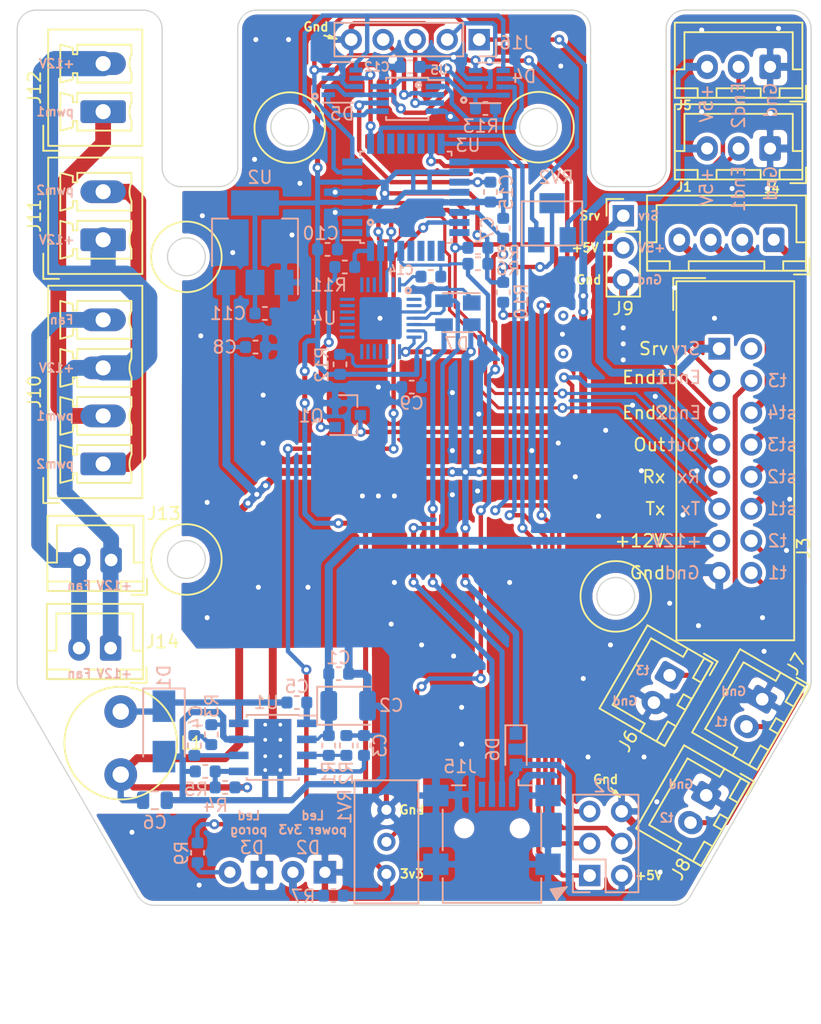
<source format=kicad_pcb>
(kicad_pcb (version 20171130) (host pcbnew "(5.1.4)-1")
  (layers (0 F.Cu signal) (31 B.Cu signal) (34 B.Paste user hide) (36 B.SilkS user) (37 F.SilkS user) (38 B.Mask user) (39 F.Mask user) (44 Edge.Cuts user))
  (net 0 "")
  (net 1 +12VA)
  (net 2 GND)
  (net 3 +5VA)
  (net 4 +3V3)
  (net 5 /Tez_res)
  (net 6 /Porog)
  (net 7 /Rst)
  (net 8 "Net-(D2-Pad2)")
  (net 9 /Mosi)
  (net 10 /Sck)
  (net 11 /Miso)
  (net 12 /servo)
  (net 13 /endstop1)
  (net 14 /endstop2)
  (net 15 /Out)
  (net 16 /Rx)
  (net 17 /Tx)
  (net 18 /temp2)
  (net 19 /temp1)
  (net 20 "Net-(J10-Pad1)")
  (net 21 +12V)
  (net 22 "Net-(Q1-Pad1)")
  (net 23 /R_gain1)
  (net 24 /R_gain2)
  (net 25 /CS_gain)
  (net 26 /SDI)
  (net 27 /CLK)
  (net 28 /CS_ref)
  (net 29 /ref)
  (net 30 /+5_USB)
  (net 31 "Net-(C3-Pad1)")
  (net 32 "Net-(C4-Pad2)")
  (net 33 "Net-(C4-Pad1)")
  (net 34 "Net-(C5-Pad2)")
  (net 35 "Net-(C5-Pad1)")
  (net 36 "Net-(C14-Pad2)")
  (net 37 "Net-(D3-Pad2)")
  (net 38 "Net-(D7-Pad4)")
  (net 39 "Net-(D7-Pad3)")
  (net 40 "Net-(J3-Pad12)")
  (net 41 "Net-(J3-Pad10)")
  (net 42 "Net-(J3-Pad8)")
  (net 43 "Net-(J3-Pad6)")
  (net 44 "Net-(J3-Pad4)")
  (net 45 "Net-(J10-Pad4)")
  (net 46 "Net-(J10-Pad2)")
  (net 47 "Net-(J16-Pad4)")
  (net 48 "Net-(J16-Pad3)")
  (net 49 "Net-(J16-Pad2)")
  (net 50 "Net-(J16-Pad1)")
  (net 51 "Net-(R1-Pad2)")
  (net 52 "Net-(R4-Pad1)")
  (net 53 "Net-(R9-Pad2)")
  (net 54 "Net-(R11-Pad2)")
  (net 55 "Net-(R12-Pad1)")
  (module 123:QFN-28-1EP_5x5mm_P0.5mm_EP3.35x3.35mm (layer B.Cu) (at 43.358 38.481 180)
    (fp_text reference U4 (at 4.496 0) (layer B.SilkS) (effects (justify mirror)))
    (fp_text value CP2102)
    (pad 29 smd roundrect (at 0 0 180) (size 3.35 3.35) (layers B.Cu B.Mask) (roundrect_rratio 0.074627) (net 2 GND))
    (pad 1 smd roundrect (at -2.65 1.5 180) (size 1.2 0.25) (layers B.Cu B.Paste B.Mask))
    (pad 2 smd roundrect (at -2.65 1 180) (size 1.2 0.25) (layers B.Cu B.Paste B.Mask))
    (pad 3 smd roundrect (at -2.65 0.5 180) (size 1.2 0.25) (layers B.Cu B.Paste B.Mask) (net 2 GND))
    (pad 4 smd roundrect (at -2.65 0 180) (size 1.2 0.25) (layers B.Cu B.Paste B.Mask) (net 38 "Net-(D7-Pad4)"))
    (pad 5 smd roundrect (at -2.65 -0.5 180) (size 1.2 0.25) (layers B.Cu B.Paste B.Mask) (net 39 "Net-(D7-Pad3)"))
    (pad 6 smd roundrect (at -2.65 -1 180) (size 1.2 0.25) (layers B.Cu B.Paste B.Mask) (net 4 +3V3))
    (pad 7 smd roundrect (at -2.65 -1.5 180) (size 1.2 0.25) (layers B.Cu B.Paste B.Mask) (net 3 +5VA))
    (pad 8 smd roundrect (at -1.5 -2.65 180) (size 0.25 1.2) (layers B.Cu B.Paste B.Mask) (net 3 +5VA))
    (pad 9 smd roundrect (at -1 -2.65 180) (size 0.25 1.2) (layers B.Cu B.Paste B.Mask) (net 55 "Net-(R12-Pad1)"))
    (pad 10 smd roundrect (at -0.5 -2.65 180) (size 0.25 1.2) (layers B.Cu B.Paste B.Mask))
    (pad 11 smd roundrect (at 0 -2.65 180) (size 0.25 1.2) (layers B.Cu B.Paste B.Mask))
    (pad 12 smd roundrect (at 0.5 -2.65 180) (size 0.25 1.2) (layers B.Cu B.Paste B.Mask))
    (pad 13 smd roundrect (at 1 -2.65 180) (size 0.25 1.2) (layers B.Cu B.Paste B.Mask))
    (pad 14 smd roundrect (at 1.5 -2.65 180) (size 0.25 1.2) (layers B.Cu B.Paste B.Mask))
    (pad 15 smd roundrect (at 2.65 -1.5 180) (size 1.2 0.25) (layers B.Cu B.Paste B.Mask))
    (pad 16 smd roundrect (at 2.65 -1 180) (size 1.2 0.25) (layers B.Cu B.Paste B.Mask))
    (pad 17 smd roundrect (at 2.65 -0.5 180) (size 1.2 0.25) (layers B.Cu B.Paste B.Mask))
    (pad 18 smd roundrect (at 2.65 0 180) (size 1.2 0.25) (layers B.Cu B.Paste B.Mask))
    (pad 19 smd roundrect (at 2.65 0.5 180) (size 1.2 0.25) (layers B.Cu B.Paste B.Mask))
    (pad 20 smd roundrect (at 2.65 1 180) (size 1.2 0.25) (layers B.Cu B.Paste B.Mask))
    (pad 21 smd roundrect (at 2.65 1.5 180) (size 1.2 0.25) (layers B.Cu B.Paste B.Mask))
    (pad 22 smd roundrect (at 1.5 2.65 180) (size 0.25 1.2) (layers B.Cu B.Paste B.Mask))
    (pad 23 smd roundrect (at 1 2.65 180) (size 0.25 1.2) (layers B.Cu B.Paste B.Mask))
    (pad 24 smd roundrect (at 0.5 2.65 180) (size 0.25 1.2) (layers B.Cu B.Paste B.Mask))
    (pad 25 smd roundrect (at 0 2.65 180) (size 0.25 1.2) (layers B.Cu B.Paste B.Mask) (net 17 /Tx))
    (pad 26 smd roundrect (at -0.5 2.65 180) (size 0.25 1.2) (layers B.Cu B.Paste B.Mask) (net 16 /Rx))
    (pad 27 smd roundrect (at -1 2.65 180) (size 0.25 1.2) (layers B.Cu B.Paste B.Mask))
    (pad 28 smd roundrect (at -1.5 2.65 180) (size 0.25 1.2) (layers B.Cu B.Paste B.Mask) (net 36 "Net-(C14-Pad2)"))
  )
  (module 123:LED_D3.0mm_Horizontal_O6.35mm_Z2.0mm (layer B.Cu) (at 38.936 82.423 180)
    (fp_text reference D2 (at 1.344 1.96 180) (layer B.SilkS) (effects (justify mirror)))
    (fp_text value "LED зелёный")
    (pad 1 thru_hole rect (at 0 0 180) (size 1.8 1.8) (drill 0.9) (layers *.Cu *.Mask) (net 2 GND))
    (pad 2 thru_hole circle (at 2.54 0 180) (size 1.8 1.8) (drill 0.9) (layers *.Cu *.Mask) (net 8 "Net-(D2-Pad2)"))
  )
  (module 123:LED_D3.0mm_Horizontal_O6.35mm_Z2.0mm (layer B.Cu) (at 33.936 82.423 180)
    (fp_text reference D3 (at 0.789 1.96 180) (layer B.SilkS) (effects (justify mirror)))
    (fp_text value "LED жёлтый")
    (pad 1 thru_hole rect (at 0 0 180) (size 1.8 1.8) (drill 0.9) (layers *.Cu *.Mask) (net 2 GND))
    (pad 2 thru_hole circle (at 2.54 0 180) (size 1.8 1.8) (drill 0.9) (layers *.Cu *.Mask) (net 37 "Net-(D3-Pad2)"))
  )
  (module 123:MSOP-8_3x3mm_P0.65mm (layer B.Cu) (at 45.466 21.082 180)
    (fp_text reference U5 (at -2.54 2.286 180) (layer B.SilkS) (effects (font (size 0.7 0.7)) (justify mirror)))
    (fp_text value INA333)
    (pad 8 smd rect (at 2.2 0.975 180) (size 1.45 0.45) (layers B.Cu B.Paste B.Mask) (net 23 /R_gain1))
    (pad 7 smd rect (at 2.2 0.325 180) (size 1.45 0.45) (layers B.Cu B.Paste B.Mask) (net 4 +3V3))
    (pad 6 smd rect (at 2.2 -0.325 180) (size 1.45 0.45) (layers B.Cu B.Paste B.Mask) (net 5 /Tez_res))
    (pad 5 smd rect (at 2.2 -0.975 180) (size 1.45 0.45) (layers B.Cu B.Paste B.Mask) (net 29 /ref))
    (pad 4 smd rect (at -2.2 -0.975 180) (size 1.45 0.45) (layers B.Cu B.Paste B.Mask) (net 2 GND))
    (pad 3 smd rect (at -2.2 -0.325 180) (size 1.45 0.45) (layers B.Cu B.Paste B.Mask) (net 48 "Net-(J16-Pad3)"))
    (pad 2 smd rect (at -2.2 0.325 180) (size 1.45 0.45) (layers B.Cu B.Paste B.Mask) (net 47 "Net-(J16-Pad4)"))
    (pad 1 smd rect (at -2.2 0.975 180) (size 1.45 0.45) (layers B.Cu B.Paste B.Mask) (net 24 /R_gain2))
  )
  (module 123:TQFP-32_7x7mm_P0.8mm (layer B.Cu) (at 45.358 28.888)
    (fp_text reference U3 (at 4.934 -4.123) (layer B.SilkS) (effects (justify mirror)))
    (fp_text value ATmega8A-AU)
    (pad 32 smd rect (at -2.8 4.25 270) (size 1.6 0.55) (layers B.Cu B.Paste B.Mask) (net 54 "Net-(R11-Pad2)"))
    (pad 31 smd rect (at -2 4.25 270) (size 1.6 0.55) (layers B.Cu B.Paste B.Mask) (net 17 /Tx))
    (pad 30 smd rect (at -1.2 4.25 270) (size 1.6 0.55) (layers B.Cu B.Paste B.Mask) (net 16 /Rx))
    (pad 29 smd rect (at -0.4 4.25 270) (size 1.6 0.55) (layers B.Cu B.Paste B.Mask) (net 7 /Rst))
    (pad 28 smd rect (at 0.4 4.25 270) (size 1.6 0.55) (layers B.Cu B.Paste B.Mask))
    (pad 27 smd rect (at 1.2 4.25 270) (size 1.6 0.55) (layers B.Cu B.Paste B.Mask))
    (pad 26 smd rect (at 2 4.25 270) (size 1.6 0.55) (layers B.Cu B.Paste B.Mask))
    (pad 25 smd rect (at 2.8 4.25 270) (size 1.6 0.55) (layers B.Cu B.Paste B.Mask))
    (pad 24 smd rect (at 4.25 2.8) (size 1.6 0.55) (layers B.Cu B.Paste B.Mask))
    (pad 23 smd rect (at 4.25 2) (size 1.6 0.55) (layers B.Cu B.Paste B.Mask) (net 53 "Net-(R9-Pad2)"))
    (pad 22 smd rect (at 4.25 1.2) (size 1.6 0.55) (layers B.Cu B.Paste B.Mask) (net 6 /Porog))
    (pad 21 smd rect (at 4.25 0.4) (size 1.6 0.55) (layers B.Cu B.Paste B.Mask) (net 2 GND))
    (pad 20 smd rect (at 4.25 -0.4) (size 1.6 0.55) (layers B.Cu B.Paste B.Mask) (net 4 +3V3))
    (pad 19 smd rect (at 4.25 -1.2) (size 1.6 0.55) (layers B.Cu B.Paste B.Mask) (net 5 /Tez_res))
    (pad 18 smd rect (at 4.25 -2) (size 1.6 0.55) (layers B.Cu B.Paste B.Mask) (net 4 +3V3))
    (pad 17 smd rect (at 4.25 -2.8) (size 1.6 0.55) (layers B.Cu B.Paste B.Mask) (net 10 /Sck))
    (pad 16 smd rect (at 2.8 -4.25 270) (size 1.6 0.55) (layers B.Cu B.Paste B.Mask) (net 11 /Miso))
    (pad 15 smd rect (at 2 -4.25 270) (size 1.6 0.55) (layers B.Cu B.Paste B.Mask) (net 9 /Mosi))
    (pad 14 smd rect (at 1.2 -4.25 270) (size 1.6 0.55) (layers B.Cu B.Paste B.Mask))
    (pad 13 smd rect (at 0.4 -4.25 270) (size 1.6 0.55) (layers B.Cu B.Paste B.Mask))
    (pad 12 smd rect (at -0.4 -4.25 270) (size 1.6 0.55) (layers B.Cu B.Paste B.Mask))
    (pad 11 smd rect (at -1.2 -4.25 270) (size 1.6 0.55) (layers B.Cu B.Paste B.Mask))
    (pad 10 smd rect (at -2 -4.25 270) (size 1.6 0.55) (layers B.Cu B.Paste B.Mask) (net 25 /CS_gain))
    (pad 9 smd rect (at -2.8 -4.25 270) (size 1.6 0.55) (layers B.Cu B.Paste B.Mask) (net 28 /CS_ref))
    (pad 8 smd rect (at -4.25 -2.8) (size 1.6 0.55) (layers B.Cu B.Paste B.Mask) (net 27 /CLK))
    (pad 7 smd rect (at -4.25 -2) (size 1.6 0.55) (layers B.Cu B.Paste B.Mask) (net 26 /SDI))
    (pad 6 smd rect (at -4.25 -1.2) (size 1.6 0.55) (layers B.Cu B.Paste B.Mask) (net 4 +3V3))
    (pad 5 smd rect (at -4.25 -0.4) (size 1.6 0.55) (layers B.Cu B.Paste B.Mask) (net 2 GND))
    (pad 4 smd rect (at -4.25 0.4) (size 1.6 0.55) (layers B.Cu B.Paste B.Mask) (net 4 +3V3))
    (pad 3 smd rect (at -4.25 1.2) (size 1.6 0.55) (layers B.Cu B.Paste B.Mask) (net 2 GND))
    (pad 2 smd rect (at -4.25 2) (size 1.6 0.55) (layers B.Cu B.Paste B.Mask))
    (pad 1 smd rect (at -4.25 2.8) (size 1.6 0.55) (layers B.Cu B.Paste B.Mask))
  )
  (module 123:SOT-223-3_TabPin2 (layer B.Cu) (at 33.387 32.487 90)
    (fp_text reference U2 (at 5.182 0.395 180) (layer B.SilkS) (effects (justify mirror)))
    (fp_text value AP1117-33)
    (pad 1 smd rect (at -3.15 2.3 90) (size 2 1.5) (layers B.Cu B.Paste B.Mask) (net 2 GND))
    (pad 3 smd rect (at -3.15 -2.3 90) (size 2 1.5) (layers B.Cu B.Paste B.Mask) (net 3 +5VA))
    (pad 2 smd rect (at -3.15 0 90) (size 2 1.5) (layers B.Cu B.Paste B.Mask) (net 4 +3V3))
    (pad 2 smd rect (at 3.15 0 90) (size 2 3.8) (layers B.Cu B.Paste B.Mask) (net 4 +3V3))
  )
  (module 123:TI_SO-PowerPAD-8_ThermalVias (layer B.Cu) (at 34.798002 72.517001 180)
    (fp_text reference U1 (at 0.508 3.556 180) (layer B.SilkS) (effects (justify mirror)))
    (fp_text value TPS54332)
    (pad 9 thru_hole circle (at 0.6 -1.8 180) (size 0.6 0.6) (drill 0.3) (layers *.Cu) (net 2 GND))
    (pad 9 thru_hole circle (at 0.6 -0.7 180) (size 0.6 0.6) (drill 0.3) (layers *.Cu) (net 2 GND))
    (pad 9 thru_hole circle (at -0.6 -0.7 180) (size 0.6 0.6) (drill 0.3) (layers *.Cu) (net 2 GND))
    (pad 9 thru_hole circle (at -0.6 -1.8 180) (size 0.6 0.6) (drill 0.3) (layers *.Cu) (net 2 GND))
    (pad 9 thru_hole circle (at 0.6 1.8 180) (size 0.6 0.6) (drill 0.3) (layers *.Cu) (net 2 GND))
    (pad 9 thru_hole circle (at 0.6 0.6 180) (size 0.6 0.6) (drill 0.3) (layers *.Cu) (net 2 GND))
    (pad 9 thru_hole circle (at -0.6 0.6 180) (size 0.6 0.6) (drill 0.3) (layers *.Cu) (net 2 GND))
    (pad 9 thru_hole circle (at -0.6 1.8 180) (size 0.6 0.6) (drill 0.3) (layers *.Cu) (net 2 GND))
    (pad 9 smd rect (at 0 0 180) (size 2.95 4.5) (layers F.Cu) (net 2 GND))
    (pad 8 smd rect (at 2.7 1.905 180) (size 1.55 0.6) (layers B.Cu B.Paste B.Mask) (net 35 "Net-(C5-Pad1)"))
    (pad 7 smd rect (at 2.7 0.635 180) (size 1.55 0.6) (layers B.Cu B.Paste B.Mask) (net 2 GND))
    (pad 6 smd rect (at 2.7 -0.635 180) (size 1.55 0.6) (layers B.Cu B.Paste B.Mask) (net 33 "Net-(C4-Pad1)"))
    (pad 5 smd rect (at 2.7 -1.905 180) (size 1.55 0.6) (layers B.Cu B.Paste B.Mask) (net 52 "Net-(R4-Pad1)"))
    (pad 4 smd rect (at -2.7 -1.905 180) (size 1.55 0.6) (layers B.Cu B.Paste B.Mask) (net 31 "Net-(C3-Pad1)"))
    (pad 3 smd rect (at -2.7 -0.635 180) (size 1.55 0.6) (layers B.Cu B.Paste B.Mask) (net 51 "Net-(R1-Pad2)"))
    (pad 2 smd rect (at -2.7 0.635 180) (size 1.55 0.6) (layers B.Cu B.Paste B.Mask) (net 1 +12VA))
    (pad 1 smd rect (at -2.7 1.905 180) (size 1.55 0.6) (layers B.Cu B.Paste B.Mask) (net 34 "Net-(C5-Pad2)"))
    (pad 9 smd rect (at 0 0 180) (size 2.95 4.5) (layers B.Cu) (net 2 GND))
    (pad 9 smd rect (at 0 0 180) (size 2.6 3.1) (layers B.Cu B.Paste B.Mask) (net 2 GND))
  )
  (module 123:3224W (layer B.Cu) (at 52.959 28.508 270)
    (fp_text reference RV2 (at -1.203 -4.318) (layer B.SilkS) (effects (justify mirror)))
    (fp_text value 100)
    (pad 3 smd rect (at 3.75 -5.25 180) (size 1.3 2) (layers B.Cu B.Paste B.Mask) (net 50 "Net-(J16-Pad1)"))
    (pad 1 smd rect (at 3.75 -2.75 180) (size 1.3 2) (layers B.Cu B.Paste B.Mask) (net 49 "Net-(J16-Pad2)"))
    (pad 2 smd rect (at 0.85 -4 180) (size 2 1.6) (layers B.Cu B.Paste B.Mask) (net 4 +3V3))
  )
  (module 123:Potentiometer_Bourns_3296W_Vertical (layer B.Cu) (at 43.815 82.55 270)
    (fp_text reference RV1 (at -5.334 3.302 270) (layer B.SilkS) (effects (justify mirror)))
    (fp_text value 10k)
    (pad 3 thru_hole circle (at -5.08 0 270) (size 1.44 1.44) (drill 0.8) (layers *.Cu *.Mask) (net 2 GND))
    (pad 2 thru_hole circle (at -2.54 0 270) (size 1.44 1.44) (drill 0.8) (layers *.Cu *.Mask) (net 6 /Porog))
    (pad 1 thru_hole circle (at 0 0 270) (size 1.44 1.44) (drill 0.8) (layers *.Cu *.Mask) (net 4 +3V3))
  )
  (module 123:R_0603_1608Metric (layer B.Cu) (at 51.6735 21.844)
    (fp_text reference R13 (at -0.3655 1.397) (layer B.SilkS) (effects (justify mirror)))
    (fp_text value 82)
    (pad 2 smd roundrect (at 0.7875 0) (size 0.875 0.95) (layers B.Cu B.Paste B.Mask) (net 24 /R_gain2))
    (pad 1 smd roundrect (at -0.7875 0) (size 0.875 0.95) (layers B.Cu B.Paste B.Mask) (net 23 /R_gain1))
  )
  (module 123:R_0603_1608Metric (layer B.Cu) (at 40.132 42.138498 270)
    (fp_text reference R12 (at 0.025502 1.43 90) (layer B.SilkS) (effects (justify mirror)))
    (fp_text value 10k)
    (pad 2 smd roundrect (at 0.7875 0 270) (size 0.875 0.95) (layers B.Cu B.Paste B.Mask) (net 4 +3V3))
    (pad 1 smd roundrect (at -0.7875 0 270) (size 0.875 0.95) (layers B.Cu B.Paste B.Mask) (net 55 "Net-(R12-Pad1)"))
  )
  (module 123:R_0603_1608Metric (layer B.Cu) (at 40.513 34.417)
    (fp_text reference R11 (at -1.27 1.43) (layer B.SilkS) (effects (justify mirror)))
    (fp_text value 360)
    (pad 2 smd roundrect (at 0.7875 0) (size 0.875 0.95) (layers B.Cu B.Paste B.Mask) (net 54 "Net-(R11-Pad2)"))
    (pad 1 smd roundrect (at -0.7875 0) (size 0.875 0.95) (layers B.Cu B.Paste B.Mask) (net 22 "Net-(Q1-Pad1)"))
  )
  (module 123:R_0603_1608Metric (layer B.Cu) (at 53.086 36.4235 90)
    (fp_text reference R10 (at -0.7365 1.43 90) (layer B.SilkS) (effects (justify mirror)))
    (fp_text value 10k)
    (pad 2 smd roundrect (at 0.7875 0 90) (size 0.875 0.95) (layers B.Cu B.Paste B.Mask) (net 4 +3V3))
    (pad 1 smd roundrect (at -0.7875 0 90) (size 0.875 0.95) (layers B.Cu B.Paste B.Mask) (net 17 /Tx))
  )
  (module 123:R_0603_1608Metric (layer B.Cu) (at 28.829 80.8735 90)
    (fp_text reference R9 (at -0.0255 -1.27 90) (layer B.SilkS) (effects (justify mirror)))
    (fp_text value 360)
    (pad 2 smd roundrect (at 0.7875 0 90) (size 0.875 0.95) (layers B.Cu B.Paste B.Mask) (net 53 "Net-(R9-Pad2)"))
    (pad 1 smd roundrect (at -0.7875 0 90) (size 0.875 0.95) (layers B.Cu B.Paste B.Mask) (net 37 "Net-(D3-Pad2)"))
  )
  (module 123:R_0603_1608Metric (layer B.Cu) (at 51.0795 32.893)
    (fp_text reference R8 (at 2.3875 0.381) (layer B.SilkS) (effects (justify mirror)))
    (fp_text value 10k)
    (pad 2 smd roundrect (at 0.7875 0) (size 0.875 0.95) (layers B.Cu B.Paste B.Mask) (net 4 +3V3))
    (pad 1 smd roundrect (at -0.7875 0) (size 0.875 0.95) (layers B.Cu B.Paste B.Mask) (net 16 /Rx))
  )
  (module 123:R_0603_1608Metric (layer B.Cu) (at 39.607647 84.274404)
    (fp_text reference R7 (at -2.396647 0.053596) (layer B.SilkS) (effects (justify mirror)))
    (fp_text value 360)
    (pad 2 smd roundrect (at 0.7875 0) (size 0.875 0.95) (layers B.Cu B.Paste B.Mask) (net 4 +3V3))
    (pad 1 smd roundrect (at -0.7875 0) (size 0.875 0.95) (layers B.Cu B.Paste B.Mask) (net 8 "Net-(D2-Pad2)"))
  )
  (module 123:R_0603_1608Metric (layer B.Cu) (at 51.0795 34.163)
    (fp_text reference R6 (at 2.3875 0.381) (layer B.SilkS) (effects (justify mirror)))
    (fp_text value 10k)
    (pad 2 smd roundrect (at 0.7875 0) (size 0.875 0.95) (layers B.Cu B.Paste B.Mask) (net 4 +3V3))
    (pad 1 smd roundrect (at -0.7875 0) (size 0.875 0.95) (layers B.Cu B.Paste B.Mask) (net 7 /Rst))
  )
  (module 123:R_0603_1608Metric (layer B.Cu) (at 29.4385 74.422)
    (fp_text reference R5 (at -0.7365 1.43) (layer B.SilkS) (effects (justify mirror)))
    (fp_text value 1.8k)
    (pad 2 smd roundrect (at 0.7875 0) (size 0.875 0.95) (layers B.Cu B.Paste B.Mask) (net 52 "Net-(R4-Pad1)"))
    (pad 1 smd roundrect (at -0.7875 0) (size 0.875 0.95) (layers B.Cu B.Paste B.Mask) (net 2 GND))
  )
  (module 123:R_0603_1608Metric (layer B.Cu) (at 31.0135 75.692)
    (fp_text reference R4 (at -0.7365 1.43) (layer B.SilkS) (effects (justify mirror)))
    (fp_text value 10k)
    (pad 2 smd roundrect (at 0.7875 0) (size 0.875 0.95) (layers B.Cu B.Paste B.Mask) (net 3 +5VA))
    (pad 1 smd roundrect (at -0.7875 0) (size 0.875 0.95) (layers B.Cu B.Paste B.Mask) (net 52 "Net-(R4-Pad1)"))
  )
  (module 123:R_0603_1608Metric (layer B.Cu) (at 29.919708 71.507526 270)
    (fp_text reference R3 (at -2.292526 -0.052292 90) (layer B.SilkS) (effects (justify mirror)))
    (fp_text value 24k)
    (pad 2 smd roundrect (at 0.7875 0 270) (size 0.875 0.95) (layers B.Cu B.Paste B.Mask) (net 32 "Net-(C4-Pad2)"))
    (pad 1 smd roundrect (at -0.7875 0 270) (size 0.875 0.95) (layers B.Cu B.Paste B.Mask) (net 2 GND))
  )
  (module 123:R_0603_1608Metric (layer B.Cu) (at 40.639999 72.3645 270)
    (fp_text reference R2 (at 2.1845 -0.000001 90) (layer B.SilkS) (effects (justify mirror)))
    (fp_text value 47k)
    (pad 2 smd roundrect (at 0.7875 0 270) (size 0.875 0.95) (layers B.Cu B.Paste B.Mask) (net 51 "Net-(R1-Pad2)"))
    (pad 1 smd roundrect (at -0.7875 0 270) (size 0.875 0.95) (layers B.Cu B.Paste B.Mask) (net 2 GND))
  )
  (module 123:R_0603_1608Metric (layer B.Cu) (at 39.243001 72.364498 270)
    (fp_text reference R1 (at 2.184502 0.000001 90) (layer B.SilkS) (effects (justify mirror)))
    (fp_text value 150k)
    (pad 2 smd roundrect (at 0.7875 0 270) (size 0.875 0.95) (layers B.Cu B.Paste B.Mask) (net 51 "Net-(R1-Pad2)"))
    (pad 1 smd roundrect (at -0.7875 0 270) (size 0.875 0.95) (layers B.Cu B.Paste B.Mask) (net 1 +12VA))
  )
  (module 123:SOT-23 (layer B.Cu) (at 40.751 46.162)
    (fp_text reference Q1 (at -2.905 0.066) (layer B.SilkS) (effects (justify mirror)))
    (fp_text value BC817)
    (pad 3 smd rect (at 1 0) (size 0.9 0.8) (layers B.Cu B.Paste B.Mask) (net 15 /Out))
    (pad 2 smd rect (at -1 -0.95) (size 0.9 0.8) (layers B.Cu B.Paste B.Mask) (net 2 GND))
    (pad 1 smd rect (at -1 0.95) (size 0.9 0.8) (layers B.Cu B.Paste B.Mask) (net 22 "Net-(Q1-Pad1)"))
  )
  (module 123:L_Radial_D8.7mm_P5.00mm_Fastron_07HCP (layer F.Cu) (at 22.733 69.676 270)
    (fp_text reference L1 (at 2.5 -5.6 180) (layer F.SilkS))
    (fp_text value 3.3uH)
    (pad 2 thru_hole circle (at 5 0 270) (size 2.6 2.6) (drill 1.3) (layers *.Cu *.Mask) (net 3 +5VA))
    (pad 1 thru_hole circle (at 0 0 270) (size 2.6 2.6) (drill 1.3) (layers *.Cu *.Mask) (net 35 "Net-(C5-Pad1)"))
  )
  (module 123:PinHeader_1x05_P2.54mm_Vertical (layer B.Cu) (at 51.181 16.383 90)
    (fp_text reference J16 (at -0.254 2.921) (layer B.SilkS) (effects (justify mirror)))
    (fp_text value Тензорезистор)
    (pad 1 thru_hole rect (at 0 0 90) (size 1.7 1.7) (drill 1) (layers *.Cu *.Mask) (net 50 "Net-(J16-Pad1)"))
    (pad 2 thru_hole oval (at 0 -2.54 90) (size 1.7 1.7) (drill 1) (layers *.Cu *.Mask) (net 49 "Net-(J16-Pad2)"))
    (pad 3 thru_hole oval (at 0 -5.08 90) (size 1.7 1.7) (drill 1) (layers *.Cu *.Mask) (net 48 "Net-(J16-Pad3)"))
    (pad 4 thru_hole oval (at 0 -7.62 90) (size 1.7 1.7) (drill 1) (layers *.Cu *.Mask) (net 47 "Net-(J16-Pad4)"))
    (pad 5 thru_hole oval (at 0 -10.16 90) (size 1.7 1.7) (drill 1) (layers *.Cu *.Mask) (net 2 GND))
  )
  (module 123:USB_Mini-B_Lumberg_2486_01_Horizontal (layer B.Cu) (at 52.192 78.938 180)
    (fp_text reference J15 (at 2.535 4.897 180) (layer B.SilkS) (effects (justify mirror)))
    (fp_text value USB_B_Micro)
    (pad "" np_thru_hole circle (at 2.2 0 180) (size 1 1) (drill 1) (layers *.Cu *.Mask))
    (pad "" np_thru_hole circle (at -2.2 0 180) (size 1 1) (drill 1) (layers *.Cu *.Mask))
    (pad 6 smd rect (at 4.45 -2.85 180) (size 2 1.7) (layers B.Cu B.Paste B.Mask) (net 2 GND))
    (pad 6 smd rect (at 4.45 2.6 180) (size 2 1.7) (layers B.Cu B.Paste B.Mask) (net 2 GND))
    (pad 6 smd rect (at -4.45 -2.85 180) (size 2 1.7) (layers B.Cu B.Paste B.Mask) (net 2 GND))
    (pad 6 smd rect (at -4.45 2.6 180) (size 2 1.7) (layers B.Cu B.Paste B.Mask) (net 2 GND))
    (pad 5 smd rect (at 1.6 2.7 180) (size 0.5 2) (layers B.Cu B.Paste B.Mask) (net 2 GND))
    (pad 4 smd rect (at 0.8 2.7 180) (size 0.5 2) (layers B.Cu B.Paste B.Mask))
    (pad 3 smd rect (at 0 2.7 180) (size 0.5 2) (layers B.Cu B.Paste B.Mask) (net 38 "Net-(D7-Pad4)"))
    (pad 2 smd rect (at -0.8 2.7 180) (size 0.5 2) (layers B.Cu B.Paste B.Mask) (net 39 "Net-(D7-Pad3)"))
    (pad 1 smd rect (at -1.6 2.7 180) (size 0.5 2) (layers B.Cu B.Paste B.Mask) (net 30 /+5_USB))
  )
  (module 123:JST_XH_B3B-XH-A_1x03_P2.50mm_Vertical (layer F.Cu) (at 74.2658 18.542 180)
    (fp_text reference J5 (at 6.8288 -3.048) (layer F.SilkS) (effects (font (size 0.7 0.7))))
    (fp_text value Conn_01x03)
    (pad 3 thru_hole oval (at 5 0 180) (size 1.7 1.95) (drill 0.95) (layers *.Cu *.Mask) (net 3 +5VA))
    (pad 2 thru_hole oval (at 2.5 0 180) (size 1.7 1.95) (drill 0.95) (layers *.Cu *.Mask) (net 14 /endstop2))
    (pad 1 thru_hole roundrect (at 0 0 180) (size 1.7 1.95) (drill 0.95) (layers *.Cu *.Mask) (roundrect_rratio 0.147059) (net 2 GND))
  )
  (module 123:JST_XH_B4B-XH-A_1x04_P2.50mm_Vertical (layer F.Cu) (at 74.556 32.258 180)
    (fp_text reference J4 (at 0.134 4.073975 180) (layer F.SilkS) (effects (font (size 0.7 0.7))))
    (fp_text value Conn_01x04)
    (pad 4 thru_hole oval (at 7.5 0 180) (size 1.7 1.95) (drill 0.95) (layers *.Cu *.Mask) (net 43 "Net-(J3-Pad6)"))
    (pad 3 thru_hole oval (at 5 0 180) (size 1.7 1.95) (drill 0.95) (layers *.Cu *.Mask) (net 42 "Net-(J3-Pad8)"))
    (pad 2 thru_hole oval (at 2.5 0 180) (size 1.7 1.95) (drill 0.95) (layers *.Cu *.Mask) (net 41 "Net-(J3-Pad10)"))
    (pad 1 thru_hole roundrect (at 0 0 180) (size 1.7 1.95) (drill 0.95) (layers *.Cu *.Mask) (roundrect_rratio 0.147059) (net 40 "Net-(J3-Pad12)"))
  )
  (module 123:IDC-Header_2x08_P2.54mm_Vertical (layer F.Cu) (at 70.231 40.894)
    (fp_text reference J3 (at 6.691111 15.825654 90) (layer F.SilkS))
    (fp_text value Conn_02x08_Odd_Even)
    (pad 16 thru_hole oval (at 2.54 17.78) (size 1.7272 1.7272) (drill 1.016) (layers *.Cu *.Mask) (net 19 /temp1))
    (pad 15 thru_hole oval (at 0 17.78) (size 1.7272 1.7272) (drill 1.016) (layers *.Cu *.Mask) (net 2 GND))
    (pad 14 thru_hole oval (at 2.54 15.24) (size 1.7272 1.7272) (drill 1.016) (layers *.Cu *.Mask) (net 18 /temp2))
    (pad 13 thru_hole oval (at 0 15.24) (size 1.7272 1.7272) (drill 1.016) (layers *.Cu *.Mask) (net 1 +12VA))
    (pad 12 thru_hole oval (at 2.54 12.7) (size 1.7272 1.7272) (drill 1.016) (layers *.Cu *.Mask) (net 40 "Net-(J3-Pad12)"))
    (pad 11 thru_hole oval (at 0 12.7) (size 1.7272 1.7272) (drill 1.016) (layers *.Cu *.Mask) (net 17 /Tx))
    (pad 10 thru_hole oval (at 2.54 10.16) (size 1.7272 1.7272) (drill 1.016) (layers *.Cu *.Mask) (net 41 "Net-(J3-Pad10)"))
    (pad 9 thru_hole oval (at 0 10.16) (size 1.7272 1.7272) (drill 1.016) (layers *.Cu *.Mask) (net 16 /Rx))
    (pad 8 thru_hole oval (at 2.54 7.62) (size 1.7272 1.7272) (drill 1.016) (layers *.Cu *.Mask) (net 42 "Net-(J3-Pad8)"))
    (pad 7 thru_hole oval (at 0 7.62) (size 1.7272 1.7272) (drill 1.016) (layers *.Cu *.Mask) (net 15 /Out))
    (pad 6 thru_hole oval (at 2.54 5.08) (size 1.7272 1.7272) (drill 1.016) (layers *.Cu *.Mask) (net 43 "Net-(J3-Pad6)"))
    (pad 5 thru_hole oval (at 0 5.08) (size 1.7272 1.7272) (drill 1.016) (layers *.Cu *.Mask) (net 14 /endstop2))
    (pad 4 thru_hole oval (at 2.54 2.54) (size 1.7272 1.7272) (drill 1.016) (layers *.Cu *.Mask) (net 44 "Net-(J3-Pad4)"))
    (pad 3 thru_hole oval (at 0 2.54) (size 1.7272 1.7272) (drill 1.016) (layers *.Cu *.Mask) (net 13 /endstop1))
    (pad 2 thru_hole oval (at 2.54 0) (size 1.7272 1.7272) (drill 1.016) (layers *.Cu *.Mask))
    (pad 1 thru_hole rect (at 0 0) (size 1.7272 1.7272) (drill 1.016) (layers *.Cu *.Mask) (net 12 /servo))
  )
  (module 123:PinHeader_2x03_P2.54mm_Vertical (layer B.Cu) (at 59.944 82.677)
    (fp_text reference J2 (at 1.143 -7.112) (layer B.SilkS) (effects (justify mirror)))
    (fp_text value Conn_02x03_Counter_Clockwise)
    (pad 1 thru_hole rect (at 0 0) (size 1.7 1.7) (drill 1) (layers *.Cu *.Mask) (net 11 /Miso))
    (pad 6 thru_hole oval (at 2.54 0) (size 1.7 1.7) (drill 1) (layers *.Cu *.Mask) (net 30 /+5_USB))
    (pad 2 thru_hole oval (at 0 -2.54) (size 1.7 1.7) (drill 1) (layers *.Cu *.Mask) (net 10 /Sck))
    (pad 5 thru_hole oval (at 2.54 -2.54) (size 1.7 1.7) (drill 1) (layers *.Cu *.Mask) (net 9 /Mosi))
    (pad 3 thru_hole oval (at 0 -5.08) (size 1.7 1.7) (drill 1) (layers *.Cu *.Mask) (net 7 /Rst))
    (pad 4 thru_hole oval (at 2.54 -5.08) (size 1.7 1.7) (drill 1) (layers *.Cu *.Mask) (net 2 GND))
  )
  (module 123:JST_XH_B3B-XH-A_1x03_P2.50mm_Vertical (layer F.Cu) (at 74.2658 25.019 180)
    (fp_text reference J1 (at 6.8288 -3.048) (layer F.SilkS) (effects (font (size 0.7 0.7))))
    (fp_text value Conn_01x03)
    (pad 3 thru_hole oval (at 5 0 180) (size 1.7 1.95) (drill 0.95) (layers *.Cu *.Mask) (net 3 +5VA))
    (pad 2 thru_hole oval (at 2.5 0 180) (size 1.7 1.95) (drill 0.95) (layers *.Cu *.Mask) (net 13 /endstop1))
    (pad 1 thru_hole roundrect (at 0 0 180) (size 1.7 1.95) (drill 0.95) (layers *.Cu *.Mask) (roundrect_rratio 0.147059) (net 2 GND))
  )
  (module 123:SOT-143 (layer B.Cu) (at 49.487 38.039 180)
    (fp_text reference D7 (at 0.084 -2.474 180) (layer B.SilkS) (effects (justify mirror)))
    (fp_text value SP0503)
    (pad 4 smd rect (at 1.1 0.95 270) (size 1 1.4) (layers B.Cu B.Paste B.Mask) (net 38 "Net-(D7-Pad4)"))
    (pad 3 smd rect (at 1.1 -0.95 270) (size 1 1.4) (layers B.Cu B.Paste B.Mask) (net 39 "Net-(D7-Pad3)"))
    (pad 2 smd rect (at -1.1 -0.95 270) (size 1 1.4) (layers B.Cu B.Paste B.Mask) (net 3 +5VA))
    (pad 1 smd rect (at -1.1 0.77 270) (size 1.2 1.4) (layers B.Cu B.Paste B.Mask) (net 2 GND))
  )
  (module 123:SOT-23-8 (layer B.Cu) (at 40.302 19.776)
    (fp_text reference D5 (at 0 2.5) (layer B.SilkS) (effects (justify mirror)))
    (fp_text value AD5160BRJZ)
    (pad 8 smd rect (at 1.1 0.98) (size 1.06 0.4) (layers B.Cu B.Paste B.Mask) (net 4 +3V3))
    (pad 7 smd rect (at 1.1 0.33) (size 1.06 0.4) (layers B.Cu B.Paste B.Mask) (net 2 GND))
    (pad 6 smd rect (at 1.1 -0.33) (size 1.06 0.4) (layers B.Cu B.Paste B.Mask) (net 28 /CS_ref))
    (pad 5 smd rect (at 1.1 -0.98) (size 1.06 0.4) (layers B.Cu B.Paste B.Mask) (net 26 /SDI))
    (pad 4 smd rect (at -1.1 -0.98) (size 1.06 0.4) (layers B.Cu B.Paste B.Mask) (net 27 /CLK))
    (pad 3 smd rect (at -1.1 -0.33) (size 1.06 0.4) (layers B.Cu B.Paste B.Mask) (net 2 GND))
    (pad 2 smd rect (at -1.1 0.33) (size 1.06 0.4) (layers B.Cu B.Paste B.Mask) (net 4 +3V3))
    (pad 1 smd rect (at -1.1 0.98) (size 1.06 0.4) (layers B.Cu B.Paste B.Mask) (net 29 /ref))
  )
  (module 123:SOT-23-8 (layer B.Cu) (at 51.986 19.812)
    (fp_text reference D4 (at 2.751 -0.508) (layer B.SilkS) (effects (justify mirror)))
    (fp_text value AD5160BRJZ)
    (pad 8 smd rect (at 1.1 0.98) (size 1.06 0.4) (layers B.Cu B.Paste B.Mask) (net 23 /R_gain1))
    (pad 7 smd rect (at 1.1 0.33) (size 1.06 0.4) (layers B.Cu B.Paste B.Mask) (net 24 /R_gain2))
    (pad 6 smd rect (at 1.1 -0.33) (size 1.06 0.4) (layers B.Cu B.Paste B.Mask) (net 25 /CS_gain))
    (pad 5 smd rect (at 1.1 -0.98) (size 1.06 0.4) (layers B.Cu B.Paste B.Mask) (net 26 /SDI))
    (pad 4 smd rect (at -1.1 -0.98) (size 1.06 0.4) (layers B.Cu B.Paste B.Mask) (net 27 /CLK))
    (pad 3 smd rect (at -1.1 -0.33) (size 1.06 0.4) (layers B.Cu B.Paste B.Mask) (net 2 GND))
    (pad 2 smd rect (at -1.1 0.33) (size 1.06 0.4) (layers B.Cu B.Paste B.Mask) (net 4 +3V3))
    (pad 1 smd rect (at -1.1 0.98) (size 1.06 0.4) (layers B.Cu B.Paste B.Mask) (net 23 /R_gain1))
  )
  (module 123:D_SMA (layer B.Cu) (at 26.162 71.247 270)
    (fp_text reference D1 (at -4.318 0 90) (layer B.SilkS) (effects (justify mirror)))
    (fp_text value "Диод Шоттки")
    (pad 1 smd rect (at -2 0 270) (size 2.5 1.8) (layers B.Cu B.Paste B.Mask) (net 35 "Net-(C5-Pad1)"))
    (pad 2 smd rect (at 2 0 270) (size 2.5 1.8) (layers B.Cu B.Paste B.Mask) (net 2 GND))
  )
  (module 123:C_0603_1608Metric (layer B.Cu) (at 52.070001 28.473502 270)
    (fp_text reference C15 (at 0 -1.270001 90) (layer B.SilkS) (effects (justify mirror)))
    (fp_text value 1uF)
    (pad 2 smd roundrect (at 0.7875 0 270) (size 0.875 0.95) (layers B.Cu B.Paste B.Mask) (net 2 GND))
    (pad 1 smd roundrect (at -0.7875 0 270) (size 0.875 0.95) (layers B.Cu B.Paste B.Mask) (net 5 /Tez_res))
  )
  (module 123:C_0603_1608Metric (layer B.Cu) (at 47.3455 35.179 180)
    (fp_text reference C14 (at 2.3875 0.508) (layer B.SilkS) (effects (font (size 0.7 0.7)) (justify mirror)))
    (fp_text value 10uF)
    (pad 2 smd roundrect (at 0.7875 0 180) (size 0.875 0.95) (layers B.Cu B.Paste B.Mask) (net 36 "Net-(C14-Pad2)"))
    (pad 1 smd roundrect (at -0.7875 0 180) (size 0.875 0.95) (layers B.Cu B.Paste B.Mask) (net 7 /Rst))
  )
  (module 123:C_0603_1608Metric (layer B.Cu) (at 45.6945 18.542 180)
    (fp_text reference C12 (at 2.6415 0) (layer B.SilkS) (effects (font (size 0.7 0.7)) (justify mirror)))
    (fp_text value 1uF)
    (pad 2 smd roundrect (at 0.7875 0 180) (size 0.875 0.95) (layers B.Cu B.Paste B.Mask) (net 2 GND))
    (pad 1 smd roundrect (at -0.7875 0 180) (size 0.875 0.95) (layers B.Cu B.Paste B.Mask) (net 4 +3V3))
  )
  (module 123:C_0603_1608Metric (layer B.Cu) (at 34.1745 38.1)
    (fp_text reference C11 (at -2.9325 0) (layer B.SilkS) (effects (justify mirror)))
    (fp_text value 1uF)
    (pad 2 smd roundrect (at 0.7875 0) (size 0.875 0.95) (layers B.Cu B.Paste B.Mask) (net 2 GND))
    (pad 1 smd roundrect (at -0.7875 0) (size 0.875 0.95) (layers B.Cu B.Paste B.Mask) (net 4 +3V3))
  )
  (module 123:C_0603_1608Metric (layer B.Cu) (at 39.1415 33.02)
    (fp_text reference C10 (at -0.5335 -1.270001) (layer B.SilkS) (effects (justify mirror)))
    (fp_text value 1uF)
    (pad 2 smd roundrect (at 0.7875 0) (size 0.875 0.95) (layers B.Cu B.Paste B.Mask) (net 2 GND))
    (pad 1 smd roundrect (at -0.7875 0) (size 0.875 0.95) (layers B.Cu B.Paste B.Mask) (net 4 +3V3))
  )
  (module 123:C_0603_1608Metric (layer B.Cu) (at 45.8215 43.941999 180)
    (fp_text reference C9 (at 0 -1.270001) (layer B.SilkS) (effects (justify mirror)))
    (fp_text value 1uF)
    (pad 2 smd roundrect (at 0.7875 0 180) (size 0.875 0.95) (layers B.Cu B.Paste B.Mask) (net 2 GND))
    (pad 1 smd roundrect (at -0.7875 0 180) (size 0.875 0.95) (layers B.Cu B.Paste B.Mask) (net 3 +5VA))
  )
  (module 123:C_0603_1608Metric (layer B.Cu) (at 33.4265 40.767)
    (fp_text reference C8 (at -2.4385 0) (layer B.SilkS) (effects (justify mirror)))
    (fp_text value 1uF)
    (pad 2 smd roundrect (at 0.7875 0) (size 0.875 0.95) (layers B.Cu B.Paste B.Mask) (net 2 GND))
    (pad 1 smd roundrect (at -0.7875 0) (size 0.875 0.95) (layers B.Cu B.Paste B.Mask) (net 3 +5VA))
  )
  (module 123:C_0603_1608Metric (layer B.Cu) (at 53.086 31.343499 90)
    (fp_text reference C7 (at 0 -1.270001 90) (layer B.SilkS) (effects (justify mirror)))
    (fp_text value 1uF)
    (pad 2 smd roundrect (at 0.7875 0 90) (size 0.875 0.95) (layers B.Cu B.Paste B.Mask) (net 2 GND))
    (pad 1 smd roundrect (at -0.7875 0 90) (size 0.875 0.95) (layers B.Cu B.Paste B.Mask) (net 6 /Porog))
  )
  (module 123:C_0805_2012Metric (layer B.Cu) (at 25.4485 76.708 180)
    (fp_text reference C6 (at 0.010442 -1.757377 180) (layer B.SilkS) (effects (justify mirror)))
    (fp_text value 22uF)
    (pad 2 smd roundrect (at 0.9375 0 180) (size 0.975 1.4) (layers B.Cu B.Paste B.Mask) (net 3 +5VA))
    (pad 1 smd roundrect (at -0.9375 0 180) (size 0.975 1.4) (layers B.Cu B.Paste B.Mask) (net 2 GND))
  )
  (module 123:C_0603_1608Metric (layer B.Cu) (at 36.710498 68.961)
    (fp_text reference C5 (at 0 -1.270001) (layer B.SilkS) (effects (justify mirror)))
    (fp_text value 0.1uF)
    (pad 2 smd roundrect (at 0.7875 0) (size 0.875 0.95) (layers B.Cu B.Paste B.Mask) (net 34 "Net-(C5-Pad2)"))
    (pad 1 smd roundrect (at -0.7875 0) (size 0.875 0.95) (layers B.Cu B.Paste B.Mask) (net 35 "Net-(C5-Pad1)"))
  )
  (module 123:C_0603_1608Metric (layer B.Cu) (at 28.574999 72.364501 90)
    (fp_text reference C4 (at 2.260501 0.127001 90) (layer B.SilkS) (effects (justify mirror)))
    (fp_text value 470pF)
    (pad 2 smd roundrect (at 0.7875 0 90) (size 0.875 0.95) (layers B.Cu B.Paste B.Mask) (net 32 "Net-(C4-Pad2)"))
    (pad 1 smd roundrect (at -0.7875 0 90) (size 0.875 0.95) (layers B.Cu B.Paste B.Mask) (net 33 "Net-(C4-Pad1)"))
  )
  (module 123:C_0603_1608Metric (layer B.Cu) (at 42.037 72.364498 90)
    (fp_text reference C3 (at 0 1.27 90) (layer B.SilkS) (effects (justify mirror)))
    (fp_text value 20nF)
    (pad 2 smd roundrect (at 0.7875 0 90) (size 0.875 0.95) (layers B.Cu B.Paste B.Mask) (net 2 GND))
    (pad 1 smd roundrect (at -0.7875 0 90) (size 0.875 0.95) (layers B.Cu B.Paste B.Mask) (net 31 "Net-(C3-Pad1)"))
  )
  (module 123:CP_EIA-3528-21_Kemet-B (layer B.Cu) (at 40.7805 69.215)
    (fp_text reference C2 (at 3.419561 -0.032614) (layer B.SilkS) (effects (justify mirror)))
    (fp_text value 10uF)
    (pad 2 smd roundrect (at 1.5375 0) (size 1.325 2.35) (layers B.Cu B.Paste B.Mask) (roundrect_rratio 0.188679) (net 2 GND))
    (pad 1 smd roundrect (at -1.5375 0) (size 1.325 2.35) (layers B.Cu B.Paste B.Mask) (roundrect_rratio 0.188679) (net 1 +12VA))
  )
  (module 123:C_0603_1608Metric (layer B.Cu) (at 40.0305 66.675 180)
    (fp_text reference C1 (at 0.0255 1.27) (layer B.SilkS) (effects (justify mirror)))
    (fp_text value 1uF)
    (pad 2 smd roundrect (at 0.7875 0 180) (size 0.875 0.95) (layers B.Cu B.Paste B.Mask) (net 1 +12VA))
    (pad 1 smd roundrect (at -0.7875 0 180) (size 0.875 0.95) (layers B.Cu B.Paste B.Mask) (net 2 GND))
  )
  (module 123:PinHeader_1x03_P2.54mm_Vertical (layer F.Cu) (at 62.611 30.353)
    (fp_text reference J9 (at 0 7.366) (layer F.SilkS))
    (fp_text value Conn_01x03)
    (pad 1 thru_hole rect (at 0 0) (size 1.7 1.7) (drill 1) (layers *.Cu *.Mask) (net 12 /servo))
    (pad 2 thru_hole oval (at 0 2.54) (size 1.7 1.7) (drill 1) (layers *.Cu *.Mask) (net 3 +5VA))
    (pad 3 thru_hole oval (at 0 5.08) (size 1.7 1.7) (drill 1) (layers *.Cu *.Mask) (net 2 GND))
  )
  (module 123:JST_XH_B2B-XH-A_1x02_P2.50mm_Vertical (layer F.Cu) (at 21.931 64.642999 180)
    (fp_text reference J14 (at -4.104 0.507999) (layer F.SilkS))
    (fp_text value Conn_01x02)
    (pad 1 thru_hole roundrect (at 0 0 180) (size 1.7 2) (drill 1) (layers *.Cu *.Mask) (roundrect_rratio 0.147059) (net 21 +12V))
    (pad 2 thru_hole oval (at 2.5 0 180) (size 1.7 2) (drill 1) (layers *.Cu *.Mask) (net 45 "Net-(J10-Pad4)"))
  )
  (module 123:JST_XH_B2B-XH-A_1x02_P2.50mm_Vertical (layer F.Cu) (at 21.971 57.658 180)
    (fp_text reference J13 (at -4.191 3.683) (layer F.SilkS))
    (fp_text value Conn_01x02)
    (pad 1 thru_hole roundrect (at 0 0 180) (size 1.7 2) (drill 1) (layers *.Cu *.Mask) (roundrect_rratio 0.147059) (net 21 +12V))
    (pad 2 thru_hole oval (at 2.5 0 180) (size 1.7 2) (drill 1) (layers *.Cu *.Mask) (net 45 "Net-(J10-Pad4)"))
  )
  (module 123:JST_XH_B2B-XH-A_1x02_P2.50mm_Vertical (layer F.Cu) (at 69.195 76.320936 240)
    (fp_text reference J8 (at 6.070572 -1.181589 60) (layer F.SilkS))
    (fp_text value Conn_01x02)
    (pad 1 thru_hole roundrect (at 0 0 240) (size 1.7 2) (drill 1) (layers *.Cu *.Mask) (roundrect_rratio 0.147059) (net 2 GND))
    (pad 2 thru_hole oval (at 2.5 0 240) (size 1.7 2) (drill 1) (layers *.Cu *.Mask) (net 18 /temp2))
  )
  (module 123:JST_XH_B2B-XH-A_1x02_P2.50mm_Vertical (layer F.Cu) (at 73.64 68.700936 240)
    (fp_text reference J7 (at -3.757923 -0.933042 60) (layer F.SilkS))
    (fp_text value Conn_01x02)
    (pad 1 thru_hole roundrect (at 0 0 240) (size 1.7 2) (drill 1) (layers *.Cu *.Mask) (roundrect_rratio 0.147059) (net 2 GND))
    (pad 2 thru_hole oval (at 2.5 0 240) (size 1.7 2) (drill 1) (layers *.Cu *.Mask) (net 19 /temp1))
  )
  (module 123:JST_XH_B2B-XH-A_1x02_P2.50mm_Vertical (layer F.Cu) (at 66.294 66.802 240)
    (fp_text reference J6 (at 6.160394 0.256116 60) (layer F.SilkS))
    (fp_text value Conn_01x02)
    (pad 1 thru_hole roundrect (at 0 0 240) (size 1.7 2) (drill 1) (layers *.Cu *.Mask) (roundrect_rratio 0.147059) (net 44 "Net-(J3-Pad4)"))
    (pad 2 thru_hole oval (at 2.5 0 240) (size 1.7 2) (drill 1) (layers *.Cu *.Mask) (net 2 GND))
  )
  (module 123:PhoenixContact_MCV_1,5_4-G-3.81_1x04_P3.81mm_Vertical (layer F.Cu) (at 21.336 50.038 90)
    (fp_text reference J10 (at 5.72 -5.45 90) (layer F.SilkS))
    (fp_text value "12В силовые")
    (pad 4 thru_hole oval (at 11.43 0 90) (size 1.8 3.6) (drill 1.2) (layers *.Cu *.Mask) (net 45 "Net-(J10-Pad4)"))
    (pad 3 thru_hole oval (at 7.62 0 90) (size 1.8 3.6) (drill 1.2) (layers *.Cu *.Mask) (net 21 +12V))
    (pad 2 thru_hole oval (at 3.81 0 90) (size 1.8 3.6) (drill 1.2) (layers *.Cu *.Mask) (net 46 "Net-(J10-Pad2)"))
    (pad 1 thru_hole roundrect (at 0 0 90) (size 1.8 3.6) (drill 1.2) (layers *.Cu *.Mask) (roundrect_rratio 0.138889) (net 20 "Net-(J10-Pad1)"))
  )
  (module 123:PhoenixContact_MCV_1,5_2-G-3.81_1x02_P3.81mm_Vertical (layer F.Cu) (at 21.336 22.098 90)
    (fp_text reference J12 (at 1.9 -5.45 90) (layer F.SilkS))
    (fp_text value Conn_01x02)
    (pad 2 thru_hole oval (at 3.81 0 90) (size 1.8 3.6) (drill 1.2) (layers *.Cu *.Mask) (net 21 +12V))
    (pad 1 thru_hole roundrect (at 0 0 90) (size 1.8 3.6) (drill 1.2) (layers *.Cu *.Mask) (roundrect_rratio 0.138889) (net 46 "Net-(J10-Pad2)"))
  )
  (module 123:PhoenixContact_MCV_1,5_2-G-3.81_1x02_P3.81mm_Vertical (layer F.Cu) (at 21.336 32.258 90)
    (fp_text reference J11 (at 1.9 -5.45 90) (layer F.SilkS))
    (fp_text value Conn_01x02)
    (pad 2 thru_hole oval (at 3.81 0 90) (size 1.8 3.6) (drill 1.2) (layers *.Cu *.Mask) (net 20 "Net-(J10-Pad1)"))
    (pad 1 thru_hole roundrect (at 0 0 90) (size 1.8 3.6) (drill 1.2) (layers *.Cu *.Mask) (roundrect_rratio 0.138889) (net 21 +12V))
  )
  (module 123:D_SOD-323_HandSoldering (layer B.Cu) (at 54.102 72.664 270)
    (fp_text reference D6 (at 0 1.85 270) (layer B.SilkS) (effects (justify mirror)))
    (fp_text value BAS321)
    (pad 1 smd rect (at 1.25 0 270) (size 1 1) (layers B.Cu B.Paste B.Mask) (net 30 /+5_USB))
    (pad 2 smd rect (at -1.25 0 270) (size 1 1) (layers B.Cu B.Paste B.Mask) (net 3 +5VA))
  )
  (gr_circle (center 27.944 57.615) (end 29.444 57.615) (layer Edge.Cuts) (width 0.1))
  (gr_circle (center 27.944 57.615) (end 30.744 57.615) (layer F.SilkS) (width 0.15))
  (gr_text Fan (at 18.034 38.608) (layer B.SilkS) (effects (font (size 0.7 0.7)) (justify mirror)))
  (gr_text Fan (at 19.431 59.69) (layer B.SilkS) (effects (font (size 0.7 0.7)) (justify mirror)))
  (gr_text +12V (at 22.225 59.69) (layer B.SilkS) (effects (font (size 0.7 0.7)) (justify mirror)))
  (gr_text Gnd (at 58.801 35.433) (layer F.SilkS) (effects (font (size 0.7 0.7)) (justify left)))
  (gr_text Srv (at 59.055 30.353) (layer F.SilkS) (effects (font (size 0.7 0.7)) (justify left)))
  (gr_text +5V (at 58.42 32.893) (layer F.SilkS) (effects (font (size 0.7 0.7)) (justify left)))
  (gr_text Gnd (at 65.786 35.433) (layer B.SilkS) (effects (font (size 0.7 0.7)) (justify left mirror)))
  (gr_text +5V (at 66.04 32.893) (layer B.SilkS) (effects (font (size 0.7 0.7)) (justify left mirror)))
  (gr_text Srv (at 65.532 30.353) (layer B.SilkS) (effects (font (size 0.7 0.7)) (justify left mirror)))
  (gr_text +5V (at 69.215 26.416 90) (layer B.SilkS) (effects (font (size 1 1)) (justify left mirror)))
  (gr_text End1 (at 71.755 26.289 90) (layer B.SilkS) (effects (font (size 1 1)) (justify left mirror)))
  (gr_text Gnd (at 74.295 26.289 90) (layer B.SilkS) (effects (font (size 1 1)) (justify left mirror)))
  (gr_text Gnd (at 74.295 19.685 90) (layer B.SilkS) (effects (font (size 1 1)) (justify left mirror)))
  (gr_text End2 (at 71.755 19.685 90) (layer B.SilkS) (effects (font (size 1 1)) (justify left mirror)))
  (gr_text +5V (at 69.215 19.812 90) (layer B.SilkS) (effects (font (size 1 1)) (justify left mirror)))
  (gr_text "Led\npower 3v3" (at 37.973 78.486) (layer B.SilkS) (effects (font (size 0.7 0.7)) (justify mirror)))
  (gr_text "Led\nporog" (at 32.893 78.486) (layer B.SilkS) (effects (font (size 0.7 0.7)) (justify mirror)))
  (gr_text t2 (at 66.04 78.105) (layer B.SilkS) (effects (font (size 0.7 0.7)) (justify mirror)))
  (gr_text t1 (at 70.358 70.485) (layer B.SilkS) (effects (font (size 0.7 0.7)) (justify mirror)))
  (gr_text t3 (at 64.135 66.421) (layer B.SilkS) (effects (font (size 0.7 0.7)) (justify mirror)))
  (gr_text Gnd (at 62.738 68.834) (layer B.SilkS) (effects (font (size 0.7 0.7)) (justify mirror)))
  (gr_text Gnd (at 71.374 68.072) (layer B.SilkS) (effects (font (size 0.7 0.7)) (justify mirror)))
  (gr_text Gnd (at 67.183 75.438) (layer B.SilkS) (effects (font (size 0.7 0.7)) (justify mirror)))
  (gr_text pwm2 (at 17.526 28.321) (layer B.SilkS) (effects (font (size 0.7 0.7)) (justify mirror)))
  (gr_text pwm1 (at 17.526 22.098) (layer B.SilkS) (effects (font (size 0.7 0.7)) (justify mirror)))
  (gr_text pwm2 (at 17.526 50.038) (layer B.SilkS) (effects (font (size 0.7 0.7)) (justify mirror)))
  (gr_text pwm1 (at 17.526 46.228) (layer B.SilkS) (effects (font (size 0.7 0.7)) (justify mirror)))
  (gr_text +12V (at 17.653 18.288) (layer B.SilkS) (effects (font (size 0.7 0.7)) (justify mirror)))
  (gr_text +12V (at 17.653 32.258) (layer B.SilkS) (effects (font (size 0.7 0.7)) (justify mirror)))
  (gr_text +12V (at 17.653 42.418) (layer B.SilkS) (effects (font (size 0.7 0.7)) (justify mirror)))
  (gr_text +12V (at 22.225 66.675) (layer B.SilkS) (effects (font (size 0.7 0.7)) (justify mirror)))
  (gr_text Fan (at 19.431 66.675) (layer B.SilkS) (effects (font (size 0.7 0.7)) (justify mirror)))
  (gr_text Gnd (at 38.227 15.367) (layer F.SilkS) (effects (font (size 0.7 0.7))))
  (gr_line (start 39.214749 16.277822) (end 39.860986 16.3195) (layer F.SilkS) (width 0.15))
  (gr_line (start 39.280493 16.032477) (end 39.214749 16.277822) (layer F.SilkS) (width 0.15))
  (gr_line (start 38.8796 16.056539) (end 39.860986 16.3195) (layer F.SilkS) (width 0.15))
  (gr_line (start 39.860986 16.3195) (end 39.280493 16.032477) (layer F.SilkS) (width 0.15))
  (gr_text Gnd (at 61.214 75.057) (layer F.SilkS) (effects (font (size 0.7 0.7))))
  (gr_line (start 62.357 76.454) (end 61.99779 75.915185) (layer F.SilkS) (width 0.15))
  (gr_line (start 61.818182 76.094788) (end 62.357 76.454) (layer F.SilkS) (width 0.15))
  (gr_line (start 61.99779 75.915185) (end 61.818182 76.094788) (layer F.SilkS) (width 0.15))
  (gr_line (start 61.638579 75.735579) (end 62.357 76.454) (layer F.SilkS) (width 0.15))
  (gr_text +5V (at 64.643 82.677) (layer F.SilkS) (effects (font (size 0.7 0.7))))
  (gr_text Gnd (at 45.847 77.47) (layer F.SilkS) (effects (font (size 0.7 0.7))))
  (gr_text 3v3 (at 45.847 82.55) (layer F.SilkS) (effects (font (size 0.7 0.7))))
  (gr_text t3 (at 75.692 43.434) (layer B.SilkS) (effects (font (size 1 1)) (justify left mirror)))
  (gr_text st4 (at 76.454 45.974) (layer B.SilkS) (effects (font (size 1 1)) (justify left mirror)))
  (gr_text st3 (at 76.454 48.514) (layer B.SilkS) (effects (font (size 1 1)) (justify left mirror)))
  (gr_text st2 (at 76.454 51.054) (layer B.SilkS) (effects (font (size 1 1)) (justify left mirror)))
  (gr_text st1 (at 76.454 53.594) (layer B.SilkS) (effects (font (size 1 1)) (justify left mirror)))
  (gr_text t2 (at 75.692 56.134) (layer B.SilkS) (effects (font (size 1 1)) (justify left mirror)))
  (gr_text t1 (at 75.692 58.674) (layer B.SilkS) (effects (font (size 1 1)) (justify left mirror)))
  (gr_text End2 (at 65.024 45.974) (layer B.SilkS) (effects (font (size 1 1)) (justify right mirror)))
  (gr_text Srv (at 66.294 40.894) (layer B.SilkS) (effects (font (size 1 1)) (justify right mirror)))
  (gr_text Out (at 66.04 48.514) (layer B.SilkS) (effects (font (size 1 1)) (justify right mirror)))
  (gr_text Rx (at 66.802 51.054) (layer B.SilkS) (effects (font (size 1 1)) (justify right mirror)))
  (gr_text Gnd (at 65.786 58.674) (layer B.SilkS) (effects (font (size 1 1)) (justify right mirror)))
  (gr_text Tx (at 67.056 53.594) (layer B.SilkS) (effects (font (size 1 1)) (justify right mirror)))
  (gr_text +12V (at 64.77 56.134) (layer B.SilkS) (effects (font (size 1 1)) (justify right mirror)))
  (gr_text End1 (at 65.024 43.18) (layer B.SilkS) (effects (font (size 1 1)) (justify right mirror)))
  (gr_text Srv (at 66.294 40.894) (layer F.SilkS) (effects (font (size 1 1)) (justify right)))
  (gr_text End1 (at 66.294 43.18) (layer F.SilkS) (effects (font (size 1 1)) (justify right)))
  (gr_text End2 (at 66.294 45.974) (layer F.SilkS) (effects (font (size 1 1)) (justify right)))
  (gr_text Out (at 66.04 48.514) (layer F.SilkS) (effects (font (size 1 1)) (justify right)))
  (gr_text Rx (at 66.04 51.054) (layer F.SilkS) (effects (font (size 1 1)) (justify right)))
  (gr_text Tx (at 66.04 53.594) (layer F.SilkS) (effects (font (size 1 1)) (justify right)))
  (gr_text +12V (at 66.04 56.134) (layer F.SilkS) (effects (font (size 1 1)) (justify right)))
  (gr_text Gnd (at 66.04 58.674) (layer F.SilkS) (effects (font (size 1 1)) (justify right)))
  (gr_poly (pts (xy 58.166 83.566) (xy 56.812148 83.761058) (xy 57.320148 84.640941)) (layer B.SilkS) (width 0.1))
  (gr_circle (center 45.552 36.28) (end 45.752 36.28) (layer B.SilkS) (width 0.2))
  (gr_circle (center 38.152 20.88) (end 38.352 20.88) (layer B.SilkS) (width 0.2))
  (gr_circle (center 49.952 21.18) (end 50.152 21.18) (layer B.SilkS) (width 0.2))
  (gr_circle (center 46.352 19.98) (end 46.552 19.98) (layer B.SilkS) (width 0.2))
  (gr_circle (center 42.552 30.88) (end 42.752 30.88) (layer B.SilkS) (width 0.2))
  (gr_circle (center 62.017 60.54) (end 64.817 60.54) (layer F.SilkS) (width 0.15))
  (gr_circle (center 27.944 33.612) (end 30.744 33.612) (layer F.SilkS) (width 0.15))
  (gr_circle (center 55.887 23.33) (end 58.687 23.33) (layer F.SilkS) (width 0.15))
  (gr_circle (center 36.147 23.362) (end 38.947 23.362) (layer F.SilkS) (width 0.15))
  (gr_arc (start 76.016 67.320569) (end 77.315038 68.070569) (angle -30) (layer Edge.Cuts) (width 0.1))
  (gr_arc (start 16.016 67.320569) (end 14.516 67.320569) (angle -30) (layer Edge.Cuts) (width 0.1))
  (gr_arc (start 25.382025 83.543) (end 24.082987 84.293) (angle -60) (layer Edge.Cuts) (width 0.1))
  (gr_arc (start 66.649975 83.543) (end 66.649975 85.043) (angle -60) (layer Edge.Cuts) (width 0.1))
  (gr_line (start 14.516 15.543) (end 14.516 67.320569) (layer Edge.Cuts) (width 0.1))
  (gr_circle (center 62.017 60.54) (end 63.517 60.54) (layer Edge.Cuts) (width 0.1))
  (gr_circle (center 55.887 23.33) (end 57.387 23.33) (layer Edge.Cuts) (width 0.1))
  (gr_circle (center 27.944 33.612) (end 29.444 33.612) (layer Edge.Cuts) (width 0.1))
  (gr_circle (center 36.147 23.33) (end 37.647 23.33) (layer Edge.Cuts) (width 0.1))
  (gr_line (start 24.516 14.043) (end 16.016 14.043) (layer Edge.Cuts) (width 0.1))
  (gr_line (start 60.016 26.543) (end 60.016 15.543) (layer Edge.Cuts) (width 0.1))
  (gr_line (start 58.516 14.043) (end 33.516 14.043) (layer Edge.Cuts) (width 0.1))
  (gr_line (start 25.382025 85.043) (end 66.649975 85.043) (layer Edge.Cuts) (width 0.1))
  (gr_line (start 67.949013 84.293) (end 77.315038 68.070569) (layer Edge.Cuts) (width 0.1))
  (gr_line (start 30.516 28.043) (end 27.516 28.043) (layer Edge.Cuts) (width 0.1))
  (gr_line (start 64.516 28.043) (end 61.516 28.043) (layer Edge.Cuts) (width 0.1))
  (gr_line (start 32.016 15.543) (end 32.016 26.543) (layer Edge.Cuts) (width 0.1))
  (gr_line (start 77.516 67.320569) (end 77.516 15.543) (layer Edge.Cuts) (width 0.1))
  (gr_line (start 76.016 14.043) (end 67.516 14.043) (layer Edge.Cuts) (width 0.1))
  (gr_line (start 26.016 26.543) (end 26.016 15.543) (layer Edge.Cuts) (width 0.1))
  (gr_line (start 66.016 15.543) (end 66.016 26.543) (layer Edge.Cuts) (width 0.1))
  (gr_line (start 14.716962 68.070569) (end 24.082987 84.293) (layer Edge.Cuts) (width 0.1))
  (gr_arc (start 33.516 15.543) (end 33.516 14.043) (angle -90) (layer Edge.Cuts) (width 0.1))
  (gr_arc (start 27.516 26.543) (end 26.016 26.543) (angle -90) (layer Edge.Cuts) (width 0.1))
  (gr_arc (start 24.516 15.543) (end 26.016 15.543) (angle -90) (layer Edge.Cuts) (width 0.1))
  (gr_arc (start 30.516 26.543) (end 30.516 28.043) (angle -90) (layer Edge.Cuts) (width 0.1))
  (gr_arc (start 16.016 15.543) (end 16.016 14.043) (angle -90) (layer Edge.Cuts) (width 0.1))
  (gr_arc (start 61.516 26.543) (end 60.016 26.543) (angle -90) (layer Edge.Cuts) (width 0.1))
  (gr_arc (start 76.016 15.543) (end 77.516 15.543) (angle -90) (layer Edge.Cuts) (width 0.1))
  (gr_arc (start 67.516 15.543) (end 67.516 14.043) (angle -90) (layer Edge.Cuts) (width 0.1))
  (gr_arc (start 58.516 15.543) (end 60.016 15.543) (angle -90) (layer Edge.Cuts) (width 0.1))
  (gr_arc (start 64.516 26.543) (end 64.516 28.043) (angle -90) (layer Edge.Cuts) (width 0.1))
  (via (at 57.852 38.28) (size 0.8) (drill 0.4) (layers F.Cu B.Cu) (net 0))
  (via (at 57.852 41.28) (size 0.8) (drill 0.4) (layers F.Cu B.Cu) (net 0))
  (segment (start 38.668 71.577002) (end 38.363002 71.882) (width 0.25) (layer B.Cu) (net 1))
  (segment (start 39.242998 71.576999) (end 38.668 71.577002) (width 0.25) (layer B.Cu) (net 1))
  (segment (start 38.363002 71.882) (end 37.498001 71.882002) (width 0.25) (layer B.Cu) (net 1))
  (segment (start 39.243 69.215) (end 39.242998 71.576999) (width 0.63) (layer B.Cu) (net 1))
  (segment (start 39.242999 66.675001) (end 39.243 69.215) (width 0.63) (layer B.Cu) (net 1))
  (segment (start 69.009686 56.134) (end 70.231 56.134) (width 0.63) (layer B.Cu) (net 1))
  (segment (start 41.275 56.134) (end 69.009686 56.134) (width 0.63) (layer B.Cu) (net 1))
  (segment (start 39.243 66.675) (end 39.243 58.166) (width 0.63) (layer B.Cu) (net 1))
  (segment (start 39.243 58.166) (end 41.275 56.134) (width 0.63) (layer B.Cu) (net 1))
  (via (at 67.352 54.08) (size 0.8) (drill 0.4) (layers F.Cu B.Cu) (net 2))
  (via (at 64.052 50.58) (size 0.8) (drill 0.4) (layers F.Cu B.Cu) (net 2))
  (via (at 60.652 54.18) (size 0.8) (drill 0.4) (layers F.Cu B.Cu) (net 2))
  (via (at 43.307 38.481) (size 0.8) (drill 0.4) (layers F.Cu B.Cu) (net 2))
  (via (at 39.751 28.488) (size 0.8) (drill 0.4) (layers F.Cu B.Cu) (net 2))
  (via (at 39.751 30.088) (size 0.8) (drill 0.4) (layers F.Cu B.Cu) (net 2))
  (via (at 48.895 22.479) (size 0.8) (drill 0.4) (layers F.Cu B.Cu) (net 2))
  (segment (start 41.021 17.653) (end 41.021 16.383) (width 0.35) (layer B.Cu) (net 2))
  (segment (start 40.323822 18.350178) (end 41.021 17.653) (width 0.35) (layer B.Cu) (net 2))
  (segment (start 40.323822 19.772824) (end 40.323822 18.350178) (width 0.35) (layer B.Cu) (net 2))
  (segment (start 41.402 20.106) (end 40.656998 20.106) (width 0.35) (layer B.Cu) (net 2))
  (segment (start 40.656998 20.106) (end 40.323822 19.772824) (width 0.35) (layer B.Cu) (net 2))
  (segment (start 39.202 19.446) (end 40.323822 19.446) (width 0.35) (layer B.Cu) (net 2))
  (via (at 49.149 17.78) (size 0.8) (drill 0.4) (layers F.Cu B.Cu) (net 2))
  (segment (start 49.548999 18.179999) (end 49.149 17.78) (width 0.35) (layer B.Cu) (net 2))
  (segment (start 49.548999 18.794) (end 49.548999 18.179999) (width 0.35) (layer B.Cu) (net 2))
  (segment (start 50.236999 19.482) (end 49.548999 18.794) (width 0.35) (layer B.Cu) (net 2))
  (segment (start 50.886 19.482) (end 50.236999 19.482) (width 0.35) (layer B.Cu) (net 2))
  (segment (start 41.021 15.367) (end 41.021 16.383) (width 0.4) (layer F.Cu) (net 2))
  (segment (start 47.879 17.78) (end 47.373218 17.274218) (width 0.4) (layer F.Cu) (net 2))
  (segment (start 49.149 17.78) (end 47.879 17.78) (width 0.4) (layer F.Cu) (net 2))
  (segment (start 47.373218 17.274218) (end 47.373218 15.666077) (width 0.4) (layer F.Cu) (net 2))
  (segment (start 47.373218 15.666077) (end 46.820141 15.113) (width 0.4) (layer F.Cu) (net 2))
  (segment (start 46.820141 15.113) (end 41.275 15.113) (width 0.4) (layer F.Cu) (net 2))
  (segment (start 41.275 15.113) (end 41.021 15.367) (width 0.4) (layer F.Cu) (net 2))
  (segment (start 48.473 22.057) (end 48.895 22.479) (width 0.35) (layer B.Cu) (net 2))
  (segment (start 47.666 22.057) (end 48.473 22.057) (width 0.35) (layer B.Cu) (net 2))
  (segment (start 49.294999 22.079001) (end 48.895 22.479) (width 0.4) (layer F.Cu) (net 2))
  (segment (start 49.657 18.288) (end 49.657 21.717) (width 0.4) (layer F.Cu) (net 2))
  (segment (start 49.657 21.717) (end 49.294999 22.079001) (width 0.4) (layer F.Cu) (net 2))
  (segment (start 49.149 17.78) (end 49.657 18.288) (width 0.4) (layer F.Cu) (net 2))
  (segment (start 42.308 30.088) (end 41.108 30.088) (width 0.4) (layer B.Cu) (net 2))
  (segment (start 45.096 30.088) (end 42.308 30.088) (width 0.4) (layer B.Cu) (net 2))
  (segment (start 49.608 29.288) (end 45.896 29.288) (width 0.4) (layer B.Cu) (net 2))
  (segment (start 45.896 29.288) (end 45.096 30.088) (width 0.4) (layer B.Cu) (net 2))
  (segment (start 43.858 37.981) (end 43.358 38.481) (width 0.25) (layer B.Cu) (net 2))
  (segment (start 46.008 37.981) (end 43.858 37.981) (width 0.25) (layer B.Cu) (net 2))
  (segment (start 31.5215 71.882) (end 32.098 71.882) (width 0.35) (layer B.Cu) (net 2))
  (segment (start 34.163 71.882) (end 34.798002 72.517001) (width 0.5) (layer B.Cu) (net 2))
  (segment (start 32.098 71.882) (end 34.163 71.882) (width 0.5) (layer B.Cu) (net 2))
  (segment (start 30.835498 70.713499) (end 30.860998 70.739) (width 0.35) (layer B.Cu) (net 2))
  (segment (start 29.971999 70.713498) (end 30.835498 70.713499) (width 0.35) (layer B.Cu) (net 2))
  (segment (start 40.640004 71.576999) (end 40.64 71.577) (width 0.35) (layer B.Cu) (net 2))
  (segment (start 42.037 71.576998) (end 40.640004 71.576999) (width 0.35) (layer B.Cu) (net 2))
  (segment (start 40.818 66.675) (end 42.037001 66.675002) (width 0.63) (layer B.Cu) (net 2))
  (segment (start 42.318001 66.955999) (end 42.318002 69.215) (width 0.63) (layer B.Cu) (net 2))
  (segment (start 42.037001 66.675002) (end 42.318001 66.955999) (width 0.63) (layer B.Cu) (net 2))
  (segment (start 30.860998 71.627998) (end 30.860998 70.739) (width 0.5) (layer B.Cu) (net 2))
  (segment (start 32.098 71.882) (end 31.115 71.882) (width 0.5) (layer B.Cu) (net 2))
  (segment (start 31.115 71.882) (end 30.860998 71.627998) (width 0.5) (layer B.Cu) (net 2))
  (segment (start 27.562 73.247) (end 27.64 73.325) (width 0.5) (layer B.Cu) (net 2))
  (segment (start 26.162 73.247) (end 27.562 73.247) (width 0.5) (layer B.Cu) (net 2))
  (segment (start 34.198002 76.616002) (end 34.29 76.708) (width 0.5) (layer B.Cu) (net 2))
  (segment (start 34.198002 74.317001) (end 34.198002 76.616002) (width 0.5) (layer B.Cu) (net 2))
  (segment (start 35.398002 76.615998) (end 35.306 76.708) (width 0.5) (layer B.Cu) (net 2))
  (segment (start 35.398002 74.317001) (end 35.398002 76.615998) (width 0.5) (layer B.Cu) (net 2))
  (segment (start 34.29 76.708) (end 35.306 76.708) (width 0.5) (layer B.Cu) (net 2))
  (segment (start 28.651 74.422) (end 27.649989 74.422) (width 0.4) (layer B.Cu) (net 2))
  (segment (start 42.037 71.576998) (end 43.561 71.576998) (width 0.4) (layer B.Cu) (net 2))
  (segment (start 43.18 69.215) (end 42.318 69.215) (width 0.5) (layer B.Cu) (net 2))
  (segment (start 36.322 76.708) (end 37.592 75.438) (width 0.5) (layer B.Cu) (net 2))
  (segment (start 35.306 76.708) (end 36.322 76.708) (width 0.5) (layer B.Cu) (net 2))
  (segment (start 37.592 75.438) (end 42.926 75.438) (width 0.5) (layer B.Cu) (net 2))
  (segment (start 43.561 74.803) (end 43.561 69.596) (width 0.5) (layer B.Cu) (net 2))
  (segment (start 42.926 75.438) (end 43.561 74.803) (width 0.5) (layer B.Cu) (net 2))
  (segment (start 43.561 69.596) (end 43.18 69.215) (width 0.5) (layer B.Cu) (net 2))
  (segment (start 56.642 76.338) (end 56.642 81.788) (width 0.5) (layer B.Cu) (net 2))
  (segment (start 56.642 81.788) (end 47.742 81.788) (width 0.5) (layer B.Cu) (net 2))
  (segment (start 47.742 80.438) (end 47.742 76.338) (width 0.5) (layer B.Cu) (net 2))
  (segment (start 47.742 81.788) (end 47.742 80.438) (width 0.5) (layer B.Cu) (net 2))
  (segment (start 47.842 76.238) (end 47.742 76.338) (width 0.5) (layer B.Cu) (net 2))
  (segment (start 50.592 76.238) (end 47.842 76.238) (width 0.5) (layer B.Cu) (net 2))
  (segment (start 69.85 58.293) (end 70.231 58.674) (width 0.63) (layer B.Cu) (net 2))
  (segment (start 41.91 58.293) (end 69.85 58.293) (width 0.63) (layer B.Cu) (net 2))
  (segment (start 40.818 66.675) (end 40.818 59.385) (width 0.63) (layer B.Cu) (net 2))
  (segment (start 40.818 59.385) (end 41.91 58.293) (width 0.63) (layer B.Cu) (net 2))
  (segment (start 34.798002 72.517001) (end 34.798002 54.355998) (width 0.63) (layer F.Cu) (net 2))
  (segment (start 34.798002 54.355998) (end 36.576 52.578) (width 0.63) (layer F.Cu) (net 2))
  (segment (start 62.611 39.243) (end 62.611 35.433) (width 0.63) (layer F.Cu) (net 2))
  (via (at 62.611 39.243) (size 0.8) (drill 0.4) (layers F.Cu B.Cu) (net 2))
  (segment (start 62.611 40.513) (end 62.611 39.243) (width 0.63) (layer F.Cu) (net 2))
  (via (at 62.611 40.513) (size 0.8) (drill 0.4) (layers F.Cu B.Cu) (net 2))
  (segment (start 62.611 41.783) (end 62.611 40.513) (width 0.63) (layer F.Cu) (net 2))
  (via (at 62.611 41.783) (size 0.8) (drill 0.4) (layers F.Cu B.Cu) (net 2))
  (segment (start 76.583614 24.640614) (end 76.581 24.638) (width 0.63) (layer B.Cu) (net 2))
  (segment (start 76.583614 25.00224) (end 76.583614 24.640614) (width 0.63) (layer B.Cu) (net 2))
  (segment (start 74.2658 25.019) (end 76.566854 25.019) (width 0.63) (layer B.Cu) (net 2))
  (segment (start 76.566854 25.019) (end 76.583614 25.00224) (width 0.63) (layer B.Cu) (net 2))
  (segment (start 76.2 18.542) (end 74.2658 18.542) (width 0.63) (layer B.Cu) (net 2))
  (segment (start 76.581 24.638) (end 76.581 18.923) (width 0.63) (layer B.Cu) (net 2))
  (segment (start 76.581 18.923) (end 76.2 18.542) (width 0.63) (layer B.Cu) (net 2))
  (segment (start 62.611 41.783) (end 62.611 39.243) (width 0.63) (layer B.Cu) (net 2))
  (segment (start 64.516 40.513) (end 65.151 39.878) (width 0.63) (layer B.Cu) (net 2))
  (segment (start 62.611 40.513) (end 64.516 40.513) (width 0.63) (layer B.Cu) (net 2))
  (segment (start 65.151 39.878) (end 65.151 31.623) (width 0.63) (layer B.Cu) (net 2))
  (segment (start 65.151 31.623) (end 67.056 29.718) (width 0.63) (layer B.Cu) (net 2))
  (segment (start 67.056 29.718) (end 75.311 29.718) (width 0.63) (layer B.Cu) (net 2))
  (segment (start 76.581 28.448) (end 76.581 24.638) (width 0.63) (layer B.Cu) (net 2))
  (segment (start 75.311 29.718) (end 76.581 28.448) (width 0.63) (layer B.Cu) (net 2))
  (segment (start 70.231 75.284936) (end 69.195 76.320936) (width 0.63) (layer B.Cu) (net 2))
  (segment (start 70.231 58.674) (end 70.231 75.284936) (width 0.63) (layer B.Cu) (net 2))
  (segment (start 73.64 68.700936) (end 70.231 68.700936) (width 0.63) (layer B.Cu) (net 2))
  (segment (start 52.043003 29.288) (end 52.070001 29.261002) (width 0.35) (layer B.Cu) (net 2))
  (segment (start 49.608 29.288) (end 52.043003 29.288) (width 0.35) (layer B.Cu) (net 2))
  (via (at 44.45 59.436) (size 0.8) (drill 0.4) (layers F.Cu B.Cu) (net 2))
  (via (at 44.45 52.578) (size 0.8) (drill 0.4) (layers F.Cu B.Cu) (net 2))
  (segment (start 44.45 59.436) (end 44.45 52.578) (width 0.63) (layer F.Cu) (net 2))
  (segment (start 36.576 52.578) (end 41.91 52.578) (width 0.63) (layer F.Cu) (net 2))
  (segment (start 43.18 52.578) (end 44.45 52.578) (width 0.63) (layer F.Cu) (net 2))
  (via (at 43.18 52.578) (size 0.8) (drill 0.4) (layers F.Cu B.Cu) (net 2))
  (segment (start 41.91 52.578) (end 43.18 52.578) (width 0.63) (layer F.Cu) (net 2))
  (via (at 41.91 52.578) (size 0.8) (drill 0.4) (layers F.Cu B.Cu) (net 2))
  (segment (start 44.45 52.578) (end 41.91 52.578) (width 0.63) (layer B.Cu) (net 2))
  (segment (start 47.752 62.738) (end 44.45 59.436) (width 0.63) (layer F.Cu) (net 2))
  (segment (start 63.881 78.994) (end 63.881 83.82) (width 0.63) (layer F.Cu) (net 2))
  (segment (start 63.881 83.82) (end 63.373 84.328) (width 0.63) (layer F.Cu) (net 2))
  (segment (start 63.373 84.328) (end 48.895 84.328) (width 0.63) (layer F.Cu) (net 2))
  (segment (start 48.895 84.328) (end 47.752 83.185) (width 0.63) (layer F.Cu) (net 2))
  (segment (start 62.484 77.597) (end 63.881 78.994) (width 0.63) (layer F.Cu) (net 2))
  (segment (start 47.752 83.185) (end 47.752 62.738) (width 0.63) (layer F.Cu) (net 2))
  (segment (start 41.108 28.488) (end 39.751 28.488) (width 0.4) (layer B.Cu) (net 2))
  (segment (start 41.108 30.088) (end 39.751 30.088) (width 0.4) (layer B.Cu) (net 2))
  (segment (start 39.751 30.088) (end 39.751 28.488) (width 0.4) (layer F.Cu) (net 2))
  (via (at 43.18 43.942) (size 0.8) (drill 0.4) (layers F.Cu B.Cu) (net 2))
  (segment (start 43.18 52.578) (end 43.18 43.942) (width 0.63) (layer B.Cu) (net 2))
  (segment (start 43.307 41.021) (end 43.307 38.481) (width 0.63) (layer F.Cu) (net 2))
  (segment (start 43.18 43.942) (end 43.18 41.148) (width 0.63) (layer F.Cu) (net 2))
  (segment (start 43.18 41.148) (end 43.307 41.021) (width 0.63) (layer F.Cu) (net 2))
  (segment (start 39.751 30.653685) (end 39.751 30.088) (width 0.4) (layer F.Cu) (net 2))
  (segment (start 39.751 37.973) (end 39.751 30.653685) (width 0.4) (layer F.Cu) (net 2))
  (segment (start 43.307 38.481) (end 40.259 38.481) (width 0.4) (layer F.Cu) (net 2))
  (segment (start 40.259 38.481) (end 39.751 37.973) (width 0.4) (layer F.Cu) (net 2))
  (segment (start 47.498 22.479) (end 48.895 22.479) (width 0.4) (layer F.Cu) (net 2))
  (segment (start 47.219989 22.757011) (end 47.498 22.479) (width 0.4) (layer F.Cu) (net 2))
  (segment (start 44.687009 22.757011) (end 47.219989 22.757011) (width 0.4) (layer F.Cu) (net 2))
  (segment (start 40.150999 28.088001) (end 40.150999 19.539001) (width 0.4) (layer F.Cu) (net 2))
  (segment (start 43.811989 21.881991) (end 44.687009 22.757011) (width 0.4) (layer F.Cu) (net 2))
  (segment (start 39.751 28.488) (end 40.150999 28.088001) (width 0.4) (layer F.Cu) (net 2))
  (segment (start 40.150999 19.539001) (end 41.313001 18.376999) (width 0.4) (layer F.Cu) (net 2))
  (segment (start 41.313001 18.376999) (end 42.929001 18.376999) (width 0.4) (layer F.Cu) (net 2))
  (segment (start 42.929001 18.376999) (end 43.811989 19.259987) (width 0.4) (layer F.Cu) (net 2))
  (segment (start 43.811989 19.259987) (end 43.811989 21.881991) (width 0.4) (layer F.Cu) (net 2))
  (segment (start 42.614315 43.942) (end 43.18 43.942) (width 0.63) (layer B.Cu) (net 2))
  (segment (start 39.751 45.212) (end 39.751 43.942) (width 0.35) (layer B.Cu) (net 2))
  (segment (start 39.751 43.942) (end 42.614315 43.942) (width 0.63) (layer B.Cu) (net 2))
  (segment (start 28.321 76.708) (end 34.29 76.708) (width 0.5) (layer B.Cu) (net 2))
  (segment (start 27.94 76.708) (end 28.321 76.708) (width 0.5) (layer B.Cu) (net 2))
  (segment (start 28.321 76.708) (end 26.289 76.708) (width 0.5) (layer B.Cu) (net 2))
  (segment (start 34.7515 40.767) (end 35.687 40.767) (width 0.35) (layer B.Cu) (net 2))
  (segment (start 34.214 40.767) (end 34.7515 40.767) (width 0.35) (layer B.Cu) (net 2))
  (segment (start 35.687 35.637) (end 35.687 38.227) (width 0.63) (layer B.Cu) (net 2))
  (segment (start 45.085 43.942) (end 44.271998 43.941999) (width 0.35) (layer B.Cu) (net 2))
  (segment (start 43.18 43.942) (end 45.085 43.942) (width 0.35) (layer B.Cu) (net 2))
  (segment (start 35.56 38.1) (end 35.687 38.227) (width 0.35) (layer B.Cu) (net 2))
  (segment (start 34.962 38.1) (end 35.56 38.1) (width 0.35) (layer B.Cu) (net 2))
  (segment (start 39.929 33.02) (end 39.929 31.547) (width 0.35) (layer B.Cu) (net 2))
  (segment (start 39.751 31.369) (end 39.751 30.088) (width 0.35) (layer B.Cu) (net 2))
  (segment (start 39.929 31.547) (end 39.751 31.369) (width 0.35) (layer B.Cu) (net 2))
  (segment (start 53.086 30.555999) (end 53.086 29.464) (width 0.35) (layer B.Cu) (net 2))
  (segment (start 52.883002 29.261002) (end 52.070001 29.261002) (width 0.35) (layer B.Cu) (net 2))
  (segment (start 53.086 29.464) (end 52.883002 29.261002) (width 0.35) (layer B.Cu) (net 2))
  (segment (start 46.708 37.981) (end 46.008 37.981) (width 0.25) (layer B.Cu) (net 2))
  (segment (start 49.894 36.195) (end 47.371 36.195) (width 0.25) (layer B.Cu) (net 2))
  (segment (start 50.46 36.761) (end 49.894 36.195) (width 0.25) (layer B.Cu) (net 2))
  (segment (start 47.371 36.195) (end 47.117 36.449) (width 0.25) (layer B.Cu) (net 2))
  (segment (start 47.117 36.449) (end 47.117 37.719) (width 0.25) (layer B.Cu) (net 2))
  (segment (start 47.117 37.719) (end 46.855 37.981) (width 0.25) (layer B.Cu) (net 2))
  (segment (start 46.855 37.981) (end 46.708 37.981) (width 0.25) (layer B.Cu) (net 2))
  (segment (start 43.18 66.167) (end 43.18 52.578) (width 0.4) (layer F.Cu) (net 2))
  (segment (start 43.815 66.802) (end 43.18 66.167) (width 0.4) (layer F.Cu) (net 2))
  (segment (start 43.815 77.47) (end 43.815 66.802) (width 0.4) (layer F.Cu) (net 2))
  (segment (start 36.322 43.942) (end 39.751 43.942) (width 0.63) (layer B.Cu) (net 2))
  (segment (start 35.687 38.227) (end 35.687 43.307) (width 0.63) (layer B.Cu) (net 2))
  (segment (start 35.687 43.307) (end 36.322 43.942) (width 0.63) (layer B.Cu) (net 2))
  (segment (start 45.339 60.325) (end 44.45 59.436) (width 0.63) (layer B.Cu) (net 2))
  (segment (start 45.339 70.739) (end 45.339 60.325) (width 0.63) (layer B.Cu) (net 2))
  (segment (start 47.742 76.338) (end 47.742 73.142) (width 0.63) (layer B.Cu) (net 2))
  (segment (start 47.742 73.142) (end 45.339 70.739) (width 0.63) (layer B.Cu) (net 2))
  (segment (start 44.907 17.885146) (end 44.907 18.542) (width 0.35) (layer B.Cu) (net 2))
  (segment (start 45.184145 17.608001) (end 44.907 17.885146) (width 0.35) (layer B.Cu) (net 2))
  (segment (start 47.453001 17.608001) (end 45.184145 17.608001) (width 0.35) (layer B.Cu) (net 2))
  (segment (start 49.149 17.78) (end 47.625 17.78) (width 0.35) (layer B.Cu) (net 2))
  (segment (start 47.625 17.78) (end 47.453001 17.608001) (width 0.35) (layer B.Cu) (net 2))
  (via (at 63.352 45.38) (size 0.8) (drill 0.4) (layers F.Cu B.Cu) (net 2))
  (via (at 65.152 44.68) (size 0.8) (drill 0.4) (layers F.Cu B.Cu) (net 2))
  (via (at 68.452 48.08) (size 0.8) (drill 0.4) (layers F.Cu B.Cu) (net 2))
  (via (at 68.452 50.58) (size 0.8) (drill 0.4) (layers F.Cu B.Cu) (net 2))
  (via (at 57.452 48.38) (size 0.8) (drill 0.4) (layers F.Cu B.Cu) (net 2))
  (via (at 55.352 48.98) (size 0.7) (drill 0.4) (layers F.Cu B.Cu) (net 2))
  (via (at 51.152 49.08) (size 0.8) (drill 0.4) (layers F.Cu B.Cu) (net 2))
  (via (at 51.152 46.08) (size 0.8) (drill 0.4) (layers F.Cu B.Cu) (net 2))
  (via (at 51.052 52.18) (size 0.8) (drill 0.4) (layers F.Cu B.Cu) (net 2))
  (segment (start 62.611 48.768) (end 62.611 41.783) (width 0.63) (layer F.Cu) (net 2))
  (segment (start 58.801 52.578) (end 62.611 48.768) (width 0.63) (layer F.Cu) (net 2))
  (segment (start 49.254 52.578) (end 58.801 52.578) (width 0.63) (layer F.Cu) (net 2))
  (segment (start 49.252 52.58) (end 49.254 52.578) (width 0.63) (layer F.Cu) (net 2))
  (segment (start 44.45 52.578) (end 49.052 52.48) (width 0.63) (layer F.Cu) (net 2))
  (segment (start 49.25 52.578) (end 49.252 52.58) (width 0.63) (layer F.Cu) (net 2))
  (segment (start 49.052 52.48) (end 49.25 52.578) (width 0.63) (layer F.Cu) (net 2))
  (via (at 49.052 52.48) (size 0.8) (drill 0.4) (layers F.Cu B.Cu) (net 2))
  (via (at 49.052 48.98) (size 0.8) (drill 0.4) (layers F.Cu B.Cu) (net 2))
  (via (at 49.052 44.38) (size 0.8) (drill 0.4) (layers F.Cu B.Cu) (net 2))
  (via (at 33.452 16.38) (size 0.8) (drill 0.4) (layers F.Cu B.Cu) (net 2))
  (via (at 36.052 16.38) (size 0.8) (drill 0.4) (layers F.Cu B.Cu) (net 2))
  (via (at 33.352 25.88) (size 0.8) (drill 0.4) (layers F.Cu B.Cu) (net 2))
  (via (at 36.952 27.78) (size 0.8) (drill 0.4) (layers F.Cu B.Cu) (net 2))
  (via (at 57.652 18.48) (size 0.8) (drill 0.4) (layers F.Cu B.Cu) (net 2))
  (segment (start 33.936 82.423) (end 33.936 79.221) (width 0.35) (layer B.Cu) (net 2))
  (segment (start 43.815 77.851) (end 43.815 77.47) (width 0.35) (layer B.Cu) (net 2))
  (segment (start 42.926 78.74) (end 43.815 77.851) (width 0.35) (layer B.Cu) (net 2))
  (segment (start 33.936 79.221) (end 34.417 78.74) (width 0.35) (layer B.Cu) (net 2))
  (segment (start 34.417 78.74) (end 42.926 78.74) (width 0.35) (layer B.Cu) (net 2))
  (segment (start 38.936 82.423) (end 38.936 78.74) (width 0.35) (layer B.Cu) (net 2))
  (via (at 29.591 62.23) (size 0.8) (drill 0.4) (layers F.Cu B.Cu) (net 2))
  (via (at 29.591 53.086) (size 0.8) (drill 0.4) (layers F.Cu B.Cu) (net 2))
  (via (at 34.036 44.577) (size 0.8) (drill 0.4) (layers F.Cu B.Cu) (net 2))
  (via (at 34.036 48.387) (size 0.8) (drill 0.4) (layers F.Cu B.Cu) (net 2))
  (via (at 37.592 59.817) (size 0.8) (drill 0.4) (layers F.Cu B.Cu) (net 2))
  (via (at 33.655 59.817) (size 0.8) (drill 0.4) (layers F.Cu B.Cu) (net 2))
  (via (at 49.784 72.263) (size 0.8) (drill 0.4) (layers F.Cu B.Cu) (net 2))
  (via (at 49.784 69.342) (size 0.8) (drill 0.4) (layers F.Cu B.Cu) (net 2))
  (via (at 59.436 67.056) (size 0.8) (drill 0.4) (layers F.Cu B.Cu) (net 2))
  (via (at 61.595 64.389) (size 0.8) (drill 0.4) (layers F.Cu B.Cu) (net 2))
  (via (at 59.817 73.279) (size 0.8) (drill 0.4) (layers F.Cu B.Cu) (net 2))
  (via (at 64.262 73.279) (size 0.8) (drill 0.4) (layers F.Cu B.Cu) (net 2))
  (via (at 65.532 82.423) (size 0.8) (drill 0.4) (layers F.Cu B.Cu) (net 2))
  (via (at 65.278 76.835) (size 0.8) (drill 0.4) (layers F.Cu B.Cu) (net 2))
  (via (at 73.66 62.23) (size 0.8) (drill 0.4) (layers F.Cu B.Cu) (net 2))
  (via (at 73.787 64.897) (size 0.8) (drill 0.4) (layers F.Cu B.Cu) (net 2))
  (via (at 68.58 62.865) (size 0.8) (drill 0.4) (layers F.Cu B.Cu) (net 2))
  (via (at 66.294 61.087) (size 0.8) (drill 0.4) (layers F.Cu B.Cu) (net 2))
  (via (at 75.819 52.832) (size 0.8) (drill 0.4) (layers F.Cu B.Cu) (net 2))
  (via (at 75.565 56.896) (size 0.8) (drill 0.4) (layers F.Cu B.Cu) (net 2))
  (via (at 69.85 38.481) (size 0.8) (drill 0.4) (layers F.Cu B.Cu) (net 2))
  (via (at 66.675 36.068) (size 0.8) (drill 0.4) (layers F.Cu B.Cu) (net 2))
  (via (at 71.247 28.194) (size 0.8) (drill 0.4) (layers F.Cu B.Cu) (net 2))
  (via (at 74.041 28.194) (size 0.8) (drill 0.4) (layers F.Cu B.Cu) (net 2))
  (via (at 68.834 15.621) (size 0.8) (drill 0.4) (layers F.Cu B.Cu) (net 2))
  (via (at 74.93 15.494) (size 0.8) (drill 0.4) (layers F.Cu B.Cu) (net 2))
  (via (at 74.295 22.225) (size 0.8) (drill 0.4) (layers F.Cu B.Cu) (net 2))
  (via (at 68.834 22.098) (size 0.8) (drill 0.4) (layers F.Cu B.Cu) (net 2))
  (via (at 29.21 30.353) (size 0.8) (drill 0.4) (layers F.Cu B.Cu) (net 2))
  (via (at 31.623 33.274) (size 0.8) (drill 0.4) (layers F.Cu B.Cu) (net 2))
  (via (at 36.322 31.877) (size 0.8) (drill 0.4) (layers F.Cu B.Cu) (net 2))
  (via (at 29.083 39.878) (size 0.8) (drill 0.4) (layers F.Cu B.Cu) (net 2))
  (via (at 44.196 62.738) (size 0.8) (drill 0.4) (layers F.Cu B.Cu) (net 2))
  (via (at 46.609 64.389) (size 0.8) (drill 0.4) (layers F.Cu B.Cu) (net 2))
  (via (at 49.149 65.278) (size 0.8) (drill 0.4) (layers F.Cu B.Cu) (net 2))
  (via (at 53.594 59.436) (size 0.8) (drill 0.4) (layers F.Cu B.Cu) (net 2))
  (via (at 61.214 47.371) (size 0.8) (drill 0.4) (layers F.Cu B.Cu) (net 2))
  (via (at 58.801 51.054) (size 0.8) (drill 0.4) (layers F.Cu B.Cu) (net 2))
  (via (at 57.785 39.751) (size 0.8) (drill 0.4) (layers F.Cu B.Cu) (net 2))
  (via (at 23.622 79.248) (size 0.8) (drill 0.4) (layers F.Cu B.Cu) (net 2))
  (via (at 28.956 83.439) (size 0.8) (drill 0.4) (layers F.Cu B.Cu) (net 2))
  (segment (start 27.649989 70.394011) (end 27.649989 76.581) (width 0.5) (layer B.Cu) (net 2))
  (segment (start 28.321 69.723) (end 27.649989 70.394011) (width 0.5) (layer B.Cu) (net 2))
  (segment (start 30.48 69.723) (end 28.321 69.723) (width 0.5) (layer B.Cu) (net 2))
  (segment (start 30.860998 70.739) (end 30.860998 70.103998) (width 0.5) (layer B.Cu) (net 2))
  (segment (start 30.860998 70.103998) (end 30.48 69.723) (width 0.5) (layer B.Cu) (net 2))
  (segment (start 73.64 68.700936) (end 73.399936 68.700936) (width 0.4) (layer B.Cu) (net 2))
  (segment (start 73.399936 68.700936) (end 73.025 68.326) (width 0.4) (layer B.Cu) (net 2))
  (segment (start 67.42102 69.73898) (end 67.42102 69.70702) (width 0.63) (layer B.Cu) (net 2))
  (segment (start 67.42102 69.73898) (end 70.231 69.73898) (width 0.63) (layer B.Cu) (net 2))
  (segment (start 66.681064 68.967064) (end 65.044 68.967064) (width 0.63) (layer B.Cu) (net 2))
  (segment (start 67.42102 69.70702) (end 66.681064 68.967064) (width 0.63) (layer B.Cu) (net 2))
  (via (at 32.766 75.692) (size 0.8) (drill 0.4) (layers F.Cu B.Cu) (net 3))
  (segment (start 31.801 75.692) (end 32.766 75.692) (width 0.4) (layer B.Cu) (net 3))
  (segment (start 23.749 75.692) (end 22.733 74.676) (width 0.5) (layer F.Cu) (net 3))
  (segment (start 32.766 75.692) (end 23.749 75.692) (width 0.5) (layer F.Cu) (net 3))
  (segment (start 61.408919 32.893) (end 62.611 32.893) (width 0.63) (layer F.Cu) (net 3))
  (segment (start 60.706 32.893) (end 61.408919 32.893) (width 0.63) (layer F.Cu) (net 3))
  (segment (start 59.436 34.163) (end 60.706 32.893) (width 0.63) (layer F.Cu) (net 3))
  (segment (start 56.896 50.673) (end 59.436 48.133) (width 0.63) (layer F.Cu) (net 3))
  (segment (start 59.436 48.133) (end 59.436 37.973) (width 0.63) (layer F.Cu) (net 3))
  (segment (start 24.032999 73.376001) (end 31.017999 73.376001) (width 0.63) (layer F.Cu) (net 3))
  (segment (start 31.017999 73.376001) (end 32.131 72.263) (width 0.63) (layer F.Cu) (net 3))
  (segment (start 22.733 74.676) (end 24.032999 73.376001) (width 0.63) (layer F.Cu) (net 3))
  (segment (start 32.131 72.263) (end 32.131 53.848) (width 0.63) (layer F.Cu) (net 3))
  (segment (start 32.131 53.848) (end 32.8295 53.1495) (width 0.63) (layer F.Cu) (net 3))
  (segment (start 59.436 35.433) (end 59.436 34.163) (width 0.63) (layer F.Cu) (net 3))
  (via (at 59.436 35.433) (size 0.8) (drill 0.4) (layers F.Cu B.Cu) (net 3))
  (segment (start 59.436 36.703) (end 59.436 35.433) (width 0.63) (layer F.Cu) (net 3))
  (via (at 59.436 36.703) (size 0.8) (drill 0.4) (layers F.Cu B.Cu) (net 3))
  (segment (start 59.436 37.973) (end 59.436 36.703) (width 0.63) (layer F.Cu) (net 3))
  (via (at 59.436 37.973) (size 0.8) (drill 0.4) (layers F.Cu B.Cu) (net 3))
  (segment (start 59.436 35.433) (end 59.436 37.973) (width 0.63) (layer B.Cu) (net 3))
  (segment (start 35.306 50.673) (end 48.895 50.673) (width 0.63) (layer F.Cu) (net 3))
  (segment (start 48.895 50.673) (end 50.165 50.673) (width 0.63) (layer F.Cu) (net 3))
  (segment (start 50.165 50.673) (end 51.181 50.673) (width 0.63) (layer F.Cu) (net 3))
  (via (at 50.084777 50.673) (size 0.8) (drill 0.4) (layers F.Cu B.Cu) (net 3))
  (segment (start 51.181 50.673) (end 56.896 50.673) (width 0.63) (layer F.Cu) (net 3))
  (via (at 51.181 50.673) (size 0.8) (drill 0.4) (layers F.Cu B.Cu) (net 3))
  (via (at 50.084777 59.436) (size 0.8) (drill 0.4) (layers F.Cu B.Cu) (net 3))
  (via (at 50.084777 55.118) (size 0.8) (drill 0.4) (layers F.Cu B.Cu) (net 3))
  (segment (start 49.022 50.8) (end 48.895 50.673) (width 0.4) (layer B.Cu) (net 3))
  (segment (start 50.084777 50.673) (end 50.084777 55.118) (width 0.5) (layer B.Cu) (net 3))
  (segment (start 54.102 63.453223) (end 50.084777 59.436) (width 0.5) (layer B.Cu) (net 3))
  (segment (start 54.102 71.414) (end 54.102 63.453223) (width 0.5) (layer B.Cu) (net 3))
  (segment (start 50.084777 59.436) (end 50.084777 55.118) (width 0.5) (layer F.Cu) (net 3))
  (via (at 49.048011 50.673) (size 0.8) (drill 0.4) (layers F.Cu B.Cu) (net 3))
  (segment (start 51.181 50.673) (end 49.048011 50.673) (width 0.63) (layer B.Cu) (net 3))
  (segment (start 50.600918 39.002918) (end 50.587 38.989) (width 0.25) (layer B.Cu) (net 3))
  (via (at 45.339 41.148) (size 0.8) (drill 0.4) (layers F.Cu B.Cu) (net 3))
  (segment (start 45.576 41.131) (end 44.858 41.131) (width 0.25) (layer B.Cu) (net 3))
  (segment (start 45.339 41.148) (end 45.576 41.131) (width 0.25) (layer B.Cu) (net 3))
  (segment (start 22.733 76.514477) (end 22.733 74.676) (width 0.5) (layer B.Cu) (net 3))
  (segment (start 24.511 76.708) (end 22.926523 76.708) (width 0.5) (layer B.Cu) (net 3))
  (segment (start 22.926523 76.708) (end 22.733 76.514477) (width 0.5) (layer B.Cu) (net 3))
  (segment (start 32.8295 53.1495) (end 33.528 52.451) (width 0.63) (layer F.Cu) (net 3))
  (via (at 32.8295 53.1495) (size 0.8) (drill 0.4) (layers F.Cu B.Cu) (net 3))
  (segment (start 33.528 52.451) (end 34.2265 51.7525) (width 0.63) (layer F.Cu) (net 3))
  (via (at 33.528 52.451) (size 0.8) (drill 0.4) (layers F.Cu B.Cu) (net 3))
  (segment (start 34.2265 51.7525) (end 35.306 50.673) (width 0.63) (layer F.Cu) (net 3))
  (via (at 34.2265 51.7525) (size 0.8) (drill 0.4) (layers F.Cu B.Cu) (net 3))
  (segment (start 34.2265 51.7525) (end 32.8295 53.1495) (width 0.63) (layer B.Cu) (net 3))
  (segment (start 31.115 40.767) (end 31.087 40.795) (width 0.35) (layer B.Cu) (net 3))
  (segment (start 32.639 40.767) (end 31.115 40.767) (width 0.35) (layer B.Cu) (net 3))
  (via (at 47.117 41.148) (size 0.8) (drill 0.4) (layers F.Cu B.Cu) (net 3))
  (segment (start 45.339 41.148) (end 47.117 41.148) (width 0.4) (layer F.Cu) (net 3))
  (segment (start 47.117 41.148) (end 50.574921 41.148) (width 0.4) (layer F.Cu) (net 3))
  (segment (start 46.609 43.366999) (end 46.609 43.941999) (width 0.35) (layer B.Cu) (net 3))
  (segment (start 46.80301 43.172989) (end 46.609 43.366999) (width 0.35) (layer B.Cu) (net 3))
  (segment (start 46.80301 41.46199) (end 46.80301 43.172989) (width 0.35) (layer B.Cu) (net 3))
  (segment (start 47.117 41.148) (end 46.80301 41.46199) (width 0.35) (layer B.Cu) (net 3))
  (segment (start 33.528 52.451) (end 31.115 50.038) (width 0.63) (layer B.Cu) (net 3))
  (segment (start 31.087 38.255) (end 31.087 35.637) (width 0.63) (layer B.Cu) (net 3))
  (segment (start 31.115 50.038) (end 31.087 38.255) (width 0.63) (layer B.Cu) (net 3))
  (segment (start 59.436 30.656822) (end 61.204832 28.88799) (width 0.63) (layer B.Cu) (net 3))
  (segment (start 59.436 35.433) (end 59.436 30.656822) (width 0.63) (layer B.Cu) (net 3))
  (segment (start 61.204832 28.88799) (end 65.34601 28.88799) (width 0.63) (layer B.Cu) (net 3))
  (segment (start 50.513979 39.089857) (end 50.513979 40.556318) (width 0.4) (layer B.Cu) (net 3))
  (segment (start 50.513979 40.556318) (end 50.513979 41.122003) (width 0.4) (layer B.Cu) (net 3))
  (segment (start 50.574921 41.148) (end 50.548924 41.122003) (width 0.25) (layer F.Cu) (net 3))
  (segment (start 50.548924 41.122003) (end 50.513979 41.122003) (width 0.25) (layer F.Cu) (net 3))
  (segment (start 50.11398 41.522002) (end 50.513979 41.122003) (width 0.63) (layer B.Cu) (net 3))
  (segment (start 50.600918 39.002918) (end 50.513979 39.089857) (width 0.4) (layer B.Cu) (net 3))
  (via (at 50.513979 41.122003) (size 0.8) (drill 0.4) (layers F.Cu B.Cu) (net 3))
  (segment (start 50.084777 41.551205) (end 50.11398 41.522002) (width 0.63) (layer B.Cu) (net 3))
  (segment (start 50.084777 50.673) (end 50.084777 41.551205) (width 0.63) (layer B.Cu) (net 3))
  (segment (start 69.2658 25.019) (end 67.056 25.019) (width 0.63) (layer B.Cu) (net 3))
  (segment (start 66.853 27.381) (end 66.853 19.379) (width 0.63) (layer B.Cu) (net 3))
  (segment (start 65.34601 28.88799) (end 66.853 27.381) (width 0.63) (layer B.Cu) (net 3))
  (segment (start 67.69 18.542) (end 69.2658 18.542) (width 0.63) (layer B.Cu) (net 3))
  (segment (start 66.853 19.379) (end 67.69 18.542) (width 0.63) (layer B.Cu) (net 3))
  (segment (start 46.008 40.479) (end 45.339 41.148) (width 0.25) (layer B.Cu) (net 3))
  (segment (start 46.008 39.981) (end 46.008 40.479) (width 0.25) (layer B.Cu) (net 3))
  (via (at 44.958 21.844) (size 0.8) (drill 0.4) (layers F.Cu B.Cu) (net 4))
  (via (at 48.641 18.669) (size 0.8) (drill 0.4) (layers F.Cu B.Cu) (net 4))
  (segment (start 41.403 20.757) (end 41.402 20.756) (width 0.35) (layer B.Cu) (net 4))
  (segment (start 43.266 20.757) (end 41.403 20.757) (width 0.35) (layer B.Cu) (net 4))
  (segment (start 39.872 20.106) (end 39.202 20.106) (width 0.35) (layer B.Cu) (net 4))
  (segment (start 40.522 20.756) (end 39.872 20.106) (width 0.35) (layer B.Cu) (net 4))
  (segment (start 41.402 20.756) (end 40.522 20.756) (width 0.35) (layer B.Cu) (net 4))
  (segment (start 50.886 20.142) (end 50.119169 20.142) (width 0.35) (layer B.Cu) (net 4))
  (segment (start 50.119169 20.142) (end 48.514 18.536831) (width 0.35) (layer B.Cu) (net 4))
  (segment (start 44.558001 21.444001) (end 44.958 21.844) (width 0.35) (layer B.Cu) (net 4))
  (segment (start 44.436999 21.322999) (end 44.558001 21.444001) (width 0.35) (layer B.Cu) (net 4))
  (segment (start 44.436999 20.952997) (end 44.436999 21.322999) (width 0.35) (layer B.Cu) (net 4))
  (segment (start 44.241002 20.757) (end 44.436999 20.952997) (width 0.35) (layer B.Cu) (net 4))
  (segment (start 43.266 20.757) (end 44.241002 20.757) (width 0.35) (layer B.Cu) (net 4))
  (segment (start 44.499 29.288) (end 41.108 29.288) (width 0.4) (layer B.Cu) (net 4))
  (segment (start 45.299 28.488) (end 44.499 29.288) (width 0.4) (layer B.Cu) (net 4))
  (segment (start 42.308 27.688) (end 41.108 27.688) (width 0.4) (layer B.Cu) (net 4))
  (segment (start 43.813 27.688) (end 42.308 27.688) (width 0.4) (layer B.Cu) (net 4))
  (segment (start 49.608 26.888) (end 44.613 26.888) (width 0.4) (layer B.Cu) (net 4))
  (segment (start 44.613 26.888) (end 43.813 27.688) (width 0.4) (layer B.Cu) (net 4))
  (via (at 38.354 26.543) (size 0.8) (drill 0.4) (layers F.Cu B.Cu) (net 4))
  (segment (start 41.108 29.288) (end 38.354 29.288) (width 0.4) (layer B.Cu) (net 4))
  (segment (start 40.509 27.686) (end 38.354 27.686) (width 0.4) (layer B.Cu) (net 4))
  (segment (start 40.511 27.688) (end 40.509 27.686) (width 0.4) (layer B.Cu) (net 4))
  (segment (start 41.108 27.688) (end 40.511 27.688) (width 0.4) (layer B.Cu) (net 4))
  (segment (start 38.354 27.686) (end 38.354 26.543) (width 0.4) (layer B.Cu) (net 4))
  (segment (start 38.354 26.543) (end 38.354 20.193) (width 0.4) (layer F.Cu) (net 4))
  (segment (start 40.894 17.653) (end 43.18 17.653) (width 0.4) (layer F.Cu) (net 4))
  (segment (start 43.18 17.653) (end 44.411999 18.884999) (width 0.4) (layer F.Cu) (net 4))
  (segment (start 44.558001 21.444001) (end 44.958 21.844) (width 0.4) (layer F.Cu) (net 4))
  (segment (start 44.411999 18.884999) (end 44.411999 21.297999) (width 0.4) (layer F.Cu) (net 4))
  (segment (start 38.354 20.193) (end 40.894 17.653) (width 0.4) (layer F.Cu) (net 4))
  (segment (start 44.411999 21.297999) (end 44.558001 21.444001) (width 0.4) (layer F.Cu) (net 4))
  (segment (start 48.641 20.447) (end 48.641 18.669) (width 0.35) (layer F.Cu) (net 4))
  (segment (start 46.905999 22.182001) (end 48.641 20.447) (width 0.35) (layer F.Cu) (net 4))
  (segment (start 44.958 21.844) (end 45.296001 22.182001) (width 0.35) (layer F.Cu) (net 4))
  (segment (start 45.296001 22.182001) (end 46.905999 22.182001) (width 0.35) (layer F.Cu) (net 4))
  (segment (start 34.403 29.337) (end 38.354 29.337) (width 0.4) (layer B.Cu) (net 4))
  (segment (start 38.354 29.337) (end 38.354 27.686) (width 0.4) (layer B.Cu) (net 4))
  (segment (start 33.387 35.637) (end 33.387 29.337) (width 0.4) (layer B.Cu) (net 4))
  (segment (start 33.387 38.1) (end 33.387 35.637) (width 0.35) (layer B.Cu) (net 4))
  (via (at 51.045918 31.876244) (size 0.8) (drill 0.4) (layers F.Cu B.Cu) (net 4))
  (via (at 43.688 28.575) (size 0.8) (drill 0.4) (layers F.Cu B.Cu) (net 4))
  (via (at 53.086 34.417) (size 0.8) (drill 0.4) (layers F.Cu B.Cu) (net 4))
  (segment (start 53.086 34.417) (end 53.086 35.636) (width 0.35) (layer B.Cu) (net 4))
  (via (at 56.007 34.417) (size 0.8) (drill 0.4) (layers F.Cu B.Cu) (net 4))
  (segment (start 56.007 34.417) (end 53.086 34.417) (width 0.35) (layer F.Cu) (net 4))
  (segment (start 56.959 33.973) (end 56.959 29.358) (width 0.35) (layer B.Cu) (net 4))
  (segment (start 56.007 34.417) (end 56.515 34.417) (width 0.35) (layer B.Cu) (net 4))
  (segment (start 56.515 34.417) (end 56.959 33.973) (width 0.35) (layer B.Cu) (net 4))
  (via (at 37.338 45.212) (size 0.8) (drill 0.4) (layers F.Cu B.Cu) (net 4))
  (segment (start 38.354 40.259) (end 38.354 29.337) (width 0.4) (layer B.Cu) (net 4))
  (via (at 40.005 54.737) (size 0.8) (drill 0.4) (layers F.Cu B.Cu) (net 4))
  (segment (start 37.338 53.975) (end 37.338 45.212) (width 0.4) (layer B.Cu) (net 4))
  (segment (start 40.005 54.737) (end 38.1 54.737) (width 0.4) (layer B.Cu) (net 4))
  (segment (start 38.1 54.737) (end 37.338 53.975) (width 0.4) (layer B.Cu) (net 4))
  (via (at 37.338 42.672) (size 0.8) (drill 0.4) (layers F.Cu B.Cu) (net 4))
  (segment (start 37.592 40.259) (end 38.354 40.259) (width 0.4) (layer B.Cu) (net 4))
  (segment (start 37.338 40.513) (end 37.592 40.259) (width 0.4) (layer B.Cu) (net 4))
  (segment (start 37.338 42.672) (end 37.338 40.513) (width 0.4) (layer B.Cu) (net 4))
  (segment (start 37.338 45.212) (end 37.338 42.672) (width 0.4) (layer F.Cu) (net 4))
  (segment (start 42.164 80.899) (end 43.815 82.55) (width 0.4) (layer F.Cu) (net 4))
  (segment (start 42.164 55.499) (end 42.164 80.899) (width 0.4) (layer F.Cu) (net 4))
  (segment (start 40.005 54.737) (end 41.402 54.737) (width 0.4) (layer F.Cu) (net 4))
  (segment (start 41.402 54.737) (end 42.164 55.499) (width 0.4) (layer F.Cu) (net 4))
  (segment (start 50.419 28.575) (end 43.688 28.575) (width 0.35) (layer F.Cu) (net 4))
  (segment (start 51.045918 31.876244) (end 51.045918 29.201918) (width 0.35) (layer F.Cu) (net 4))
  (segment (start 51.045918 29.201918) (end 50.419 28.575) (width 0.35) (layer F.Cu) (net 4))
  (segment (start 43.815 83.947) (end 43.815 82.55) (width 0.63) (layer B.Cu) (net 4))
  (segment (start 40.395147 84.274404) (end 43.487596 84.274404) (width 0.63) (layer B.Cu) (net 4))
  (segment (start 43.487596 84.274404) (end 43.815 83.947) (width 0.63) (layer B.Cu) (net 4))
  (segment (start 47.614588 18.542) (end 46.482 18.542) (width 0.35) (layer B.Cu) (net 4))
  (segment (start 48.641 18.669) (end 47.741588 18.669) (width 0.35) (layer B.Cu) (net 4))
  (segment (start 47.741588 18.669) (end 47.614588 18.542) (width 0.35) (layer B.Cu) (net 4))
  (segment (start 43.688 28.575) (end 43.688 29.102329) (width 0.63) (layer B.Cu) (net 4))
  (segment (start 43.688 28.575) (end 43.688 27.863094) (width 0.63) (layer B.Cu) (net 4))
  (segment (start 47.244 28.488) (end 47.244 26.954322) (width 0.35) (layer B.Cu) (net 4))
  (segment (start 49.608 28.488) (end 47.244 28.488) (width 0.4) (layer B.Cu) (net 4))
  (segment (start 45.944 28.488) (end 45.944 26.977926) (width 0.35) (layer B.Cu) (net 4))
  (segment (start 45.944 28.488) (end 45.299 28.488) (width 0.4) (layer B.Cu) (net 4))
  (segment (start 47.244 28.488) (end 45.944 28.488) (width 0.4) (layer B.Cu) (net 4))
  (segment (start 52.146 35.636) (end 53.086 35.636) (width 0.35) (layer B.Cu) (net 4))
  (segment (start 51.816 35.306) (end 52.146 35.636) (width 0.35) (layer B.Cu) (net 4))
  (segment (start 51.816 32.131) (end 51.816 35.306) (width 0.35) (layer B.Cu) (net 4))
  (segment (start 51.045918 31.876244) (end 51.562 31.877) (width 0.35) (layer B.Cu) (net 4))
  (segment (start 51.562 31.877) (end 51.816 32.131) (width 0.35) (layer B.Cu) (net 4))
  (segment (start 38.354 42.164) (end 38.354 40.259) (width 0.4) (layer B.Cu) (net 4))
  (segment (start 39.116 42.926) (end 38.354 42.164) (width 0.4) (layer B.Cu) (net 4))
  (segment (start 46.228 41.529) (end 46.228 42.926) (width 0.4) (layer B.Cu) (net 4))
  (segment (start 46.228 42.926) (end 39.116 42.926) (width 0.4) (layer B.Cu) (net 4))
  (segment (start 46.708 39.481) (end 46.008 39.481) (width 0.25) (layer B.Cu) (net 4))
  (segment (start 46.7835 39.481) (end 46.708 39.481) (width 0.25) (layer B.Cu) (net 4))
  (segment (start 46.93301 39.63051) (end 46.7835 39.481) (width 0.25) (layer B.Cu) (net 4))
  (segment (start 46.93301 40.258988) (end 46.93301 39.63051) (width 0.25) (layer B.Cu) (net 4))
  (segment (start 46.228 40.963998) (end 46.93301 40.258988) (width 0.25) (layer B.Cu) (net 4))
  (segment (start 46.228 41.529) (end 46.228 40.963998) (width 0.25) (layer B.Cu) (net 4))
  (via (at 51.054 27.686) (size 0.8) (drill 0.4) (layers F.Cu B.Cu) (net 5))
  (via (at 41.656 21.59) (size 0.8) (drill 0.4) (layers F.Cu B.Cu) (net 5))
  (segment (start 41.839 21.407) (end 41.656 21.59) (width 0.35) (layer B.Cu) (net 5))
  (segment (start 43.266 21.407) (end 41.839 21.407) (width 0.35) (layer B.Cu) (net 5))
  (segment (start 49.61 27.686) (end 49.608 27.688) (width 0.35) (layer B.Cu) (net 5))
  (segment (start 51.054 27.686) (end 49.61 27.686) (width 0.35) (layer B.Cu) (net 5))
  (segment (start 50.488315 27.686) (end 51.054 27.686) (width 0.35) (layer F.Cu) (net 5))
  (segment (start 44.196 27.686) (end 50.488315 27.686) (width 0.35) (layer F.Cu) (net 5))
  (segment (start 41.656 21.59) (end 41.656 25.146) (width 0.35) (layer F.Cu) (net 5))
  (segment (start 41.656 25.146) (end 44.196 27.686) (width 0.35) (layer F.Cu) (net 5))
  (segment (start 52.069999 27.686) (end 52.070001 27.686002) (width 0.35) (layer B.Cu) (net 5))
  (segment (start 51.054 27.686) (end 52.069999 27.686) (width 0.35) (layer B.Cu) (net 5))
  (segment (start 51.043 30.088) (end 49.608 30.088) (width 0.35) (layer B.Cu) (net 6))
  (segment (start 53.086 32.130999) (end 51.043 30.088) (width 0.35) (layer B.Cu) (net 6))
  (via (at 53.086 33.401) (size 0.8) (drill 0.4) (layers F.Cu B.Cu) (net 6))
  (segment (start 53.086 32.130999) (end 53.086 33.401) (width 0.35) (layer B.Cu) (net 6))
  (segment (start 47.244 67.056) (end 51.308 67.056) (width 0.35) (layer B.Cu) (net 6))
  (segment (start 46.254 77.571) (end 46.254 68.046) (width 0.35) (layer F.Cu) (net 6))
  (segment (start 46.254 68.046) (end 46.609 67.691) (width 0.35) (layer F.Cu) (net 6))
  (segment (start 43.815 80.01) (end 46.254 77.571) (width 0.35) (layer F.Cu) (net 6))
  (segment (start 46.609 67.691) (end 47.244 67.056) (width 0.35) (layer B.Cu) (net 6))
  (segment (start 51.308 67.056) (end 51.308 53.721) (width 0.35) (layer F.Cu) (net 6))
  (via (at 51.308 67.056) (size 0.8) (drill 0.4) (layers F.Cu B.Cu) (net 6))
  (via (at 46.609 67.691) (size 0.8) (drill 0.4) (layers F.Cu B.Cu) (net 6))
  (via (at 51.308 53.721) (size 0.8) (drill 0.4) (layers F.Cu B.Cu) (net 6))
  (segment (start 51.308 53.721) (end 51.956001 53.072999) (width 0.35) (layer B.Cu) (net 6))
  (via (at 52.451 42.545) (size 0.8) (drill 0.4) (layers F.Cu B.Cu) (net 6))
  (segment (start 51.956001 43.039999) (end 52.451 42.545) (width 0.35) (layer B.Cu) (net 6))
  (segment (start 51.956001 53.072999) (end 51.956001 43.039999) (width 0.35) (layer B.Cu) (net 6))
  (segment (start 52.520315 33.401) (end 53.086 33.401) (width 0.35) (layer F.Cu) (net 6))
  (segment (start 52.310999 33.610316) (end 52.520315 33.401) (width 0.35) (layer F.Cu) (net 6))
  (segment (start 52.310999 38.658499) (end 52.310999 33.610316) (width 0.35) (layer F.Cu) (net 6))
  (segment (start 52.451 42.545) (end 52.451 38.7985) (width 0.35) (layer F.Cu) (net 6))
  (segment (start 52.451 38.7985) (end 52.310999 38.658499) (width 0.35) (layer F.Cu) (net 6))
  (segment (start 58.741919 77.597) (end 57.53003 76.385111) (width 0.35) (layer F.Cu) (net 7))
  (segment (start 59.944 77.597) (end 58.741919 77.597) (width 0.35) (layer F.Cu) (net 7))
  (via (at 52.451 53.721) (size 0.8) (drill 0.4) (layers F.Cu B.Cu) (net 7))
  (segment (start 52.845001 53.326999) (end 52.451 53.721) (width 0.35) (layer F.Cu) (net 7))
  (segment (start 56.506001 53.326999) (end 52.845001 53.326999) (width 0.35) (layer F.Cu) (net 7))
  (segment (start 57.53003 76.385111) (end 57.53003 54.351028) (width 0.35) (layer F.Cu) (net 7))
  (segment (start 57.53003 54.351028) (end 56.506001 53.326999) (width 0.35) (layer F.Cu) (net 7))
  (segment (start 44.958 34.036) (end 44.958 33.138) (width 0.25) (layer B.Cu) (net 7))
  (segment (start 45.185001 34.263001) (end 44.958 34.036) (width 0.25) (layer B.Cu) (net 7))
  (segment (start 50.165 34.163) (end 48.895 34.163) (width 0.25) (layer B.Cu) (net 7))
  (segment (start 48.895 34.163) (end 48.794999 34.263001) (width 0.25) (layer B.Cu) (net 7))
  (segment (start 48.133 34.29) (end 48.106001 34.263001) (width 0.25) (layer B.Cu) (net 7))
  (segment (start 48.133 35.179) (end 48.133 34.29) (width 0.25) (layer B.Cu) (net 7))
  (segment (start 48.794999 34.263001) (end 48.106001 34.263001) (width 0.25) (layer B.Cu) (net 7))
  (segment (start 48.106001 34.263001) (end 45.185001 34.263001) (width 0.25) (layer B.Cu) (net 7))
  (segment (start 53.34 52.832) (end 52.451 53.721) (width 0.35) (layer B.Cu) (net 7))
  (segment (start 50.292 34.29) (end 50.292 35.052) (width 0.35) (layer B.Cu) (net 7))
  (segment (start 50.165 34.163) (end 50.292 34.29) (width 0.35) (layer B.Cu) (net 7))
  (segment (start 50.292 35.052) (end 51.8795 36.6395) (width 0.35) (layer B.Cu) (net 7))
  (segment (start 51.8795 36.6395) (end 51.8795 40.0685) (width 0.35) (layer B.Cu) (net 7))
  (segment (start 51.8795 40.0685) (end 53.34 41.529) (width 0.35) (layer B.Cu) (net 7))
  (segment (start 53.34 41.529) (end 53.34 52.832) (width 0.35) (layer B.Cu) (net 7))
  (segment (start 36.396 83.894) (end 36.396 82.423) (width 0.63) (layer B.Cu) (net 8))
  (segment (start 38.820147 84.274404) (end 36.776404 84.274404) (width 0.63) (layer B.Cu) (net 8))
  (segment (start 36.776404 84.274404) (end 36.396 83.894) (width 0.63) (layer B.Cu) (net 8))
  (via (at 47.358 26.035) (size 0.8) (drill 0.4) (layers F.Cu B.Cu) (net 9))
  (segment (start 47.358 25.908) (end 47.358 24.638) (width 0.35) (layer B.Cu) (net 9))
  (segment (start 56.134 54.102) (end 56.98002 54.94802) (width 0.35) (layer F.Cu) (net 9))
  (segment (start 56.98002 54.94802) (end 56.98002 78.06202) (width 0.35) (layer F.Cu) (net 9))
  (segment (start 56.98002 78.06202) (end 57.829999 78.911999) (width 0.35) (layer F.Cu) (net 9))
  (segment (start 57.829999 78.911999) (end 61.258999 78.911999) (width 0.35) (layer F.Cu) (net 9))
  (segment (start 61.258999 78.911999) (end 62.484 80.137) (width 0.35) (layer F.Cu) (net 9))
  (via (at 56.134 54.102) (size 0.8) (drill 0.4) (layers F.Cu B.Cu) (net 9))
  (segment (start 56.134 54.102) (end 56.134 37.465) (width 0.35) (layer B.Cu) (net 9))
  (via (at 56.134 37.465) (size 0.8) (drill 0.4) (layers F.Cu B.Cu) (net 9))
  (segment (start 57.531 37.465) (end 58.166 36.83) (width 0.35) (layer F.Cu) (net 9))
  (segment (start 58.166 36.83) (end 58.166 27.7495) (width 0.35) (layer F.Cu) (net 9))
  (segment (start 58.166 27.7495) (end 56.8325 26.416) (width 0.35) (layer F.Cu) (net 9))
  (segment (start 56.8325 26.416) (end 48.431685 26.416) (width 0.35) (layer F.Cu) (net 9))
  (segment (start 56.134 37.465) (end 57.531 37.465) (width 0.35) (layer F.Cu) (net 9))
  (segment (start 48.050686 26.035) (end 47.358 26.035) (width 0.35) (layer F.Cu) (net 9))
  (segment (start 48.218843 26.203157) (end 48.050686 26.035) (width 0.35) (layer F.Cu) (net 9))
  (segment (start 48.431685 26.416) (end 48.218843 26.203157) (width 0.35) (layer F.Cu) (net 9))
  (via (at 53.594 54.102) (size 0.8) (drill 0.4) (layers F.Cu B.Cu) (net 10))
  (segment (start 54.741002 54.102) (end 53.594 54.102) (width 0.35) (layer F.Cu) (net 10))
  (segment (start 56.43001 55.791008) (end 54.741002 54.102) (width 0.35) (layer F.Cu) (net 10))
  (segment (start 56.43001 79.29001) (end 56.43001 55.791008) (width 0.35) (layer F.Cu) (net 10))
  (segment (start 59.944 80.137) (end 57.277 80.137) (width 0.35) (layer F.Cu) (net 10))
  (segment (start 57.277 80.137) (end 56.43001 79.29001) (width 0.35) (layer F.Cu) (net 10))
  (segment (start 53.393 26.088) (end 49.608 26.088) (width 0.35) (layer B.Cu) (net 10))
  (segment (start 53.975 26.67) (end 53.393 26.088) (width 0.35) (layer B.Cu) (net 10))
  (segment (start 53.594 54.102) (end 53.975 53.721) (width 0.35) (layer B.Cu) (net 10))
  (segment (start 53.975 53.721) (end 53.975 26.67) (width 0.35) (layer B.Cu) (net 10))
  (segment (start 54.61 55.118) (end 55.88 56.388) (width 0.35) (layer F.Cu) (net 11))
  (segment (start 55.88 56.388) (end 55.88 80.772) (width 0.35) (layer F.Cu) (net 11))
  (segment (start 55.88 80.772) (end 57.785 82.677) (width 0.35) (layer F.Cu) (net 11))
  (segment (start 57.785 82.677) (end 59.944 82.677) (width 0.35) (layer F.Cu) (net 11))
  (via (at 54.61 55.118) (size 0.8) (drill 0.4) (layers F.Cu B.Cu) (net 11))
  (segment (start 52.832 24.638) (end 48.158 24.638) (width 0.35) (layer B.Cu) (net 11))
  (segment (start 54.61 55.118) (end 54.61 26.416) (width 0.35) (layer B.Cu) (net 11))
  (segment (start 54.61 26.416) (end 52.832 24.638) (width 0.35) (layer B.Cu) (net 11))
  (segment (start 60.706 32.258) (end 62.611 30.353) (width 0.63) (layer B.Cu) (net 12))
  (segment (start 60.706 41.825101) (end 60.706 32.258) (width 0.63) (layer B.Cu) (net 12))
  (segment (start 61.679899 42.799) (end 60.706 41.825101) (width 0.63) (layer B.Cu) (net 12))
  (segment (start 66.8324 42.799) (end 61.679899 42.799) (width 0.63) (layer B.Cu) (net 12))
  (segment (start 70.231 40.894) (end 68.7374 40.894) (width 0.63) (layer B.Cu) (net 12))
  (segment (start 68.7374 40.894) (end 66.8324 42.799) (width 0.63) (layer B.Cu) (net 12))
  (segment (start 65.151001 31.769056) (end 71.7658 25.154257) (width 0.35) (layer F.Cu) (net 13))
  (segment (start 65.151001 38.354001) (end 65.151001 31.769056) (width 0.35) (layer F.Cu) (net 13))
  (segment (start 70.231 43.434) (end 65.151001 38.354001) (width 0.35) (layer F.Cu) (net 13))
  (segment (start 71.7658 25.154257) (end 71.7658 25.019) (width 0.35) (layer F.Cu) (net 13))
  (segment (start 69.367401 45.110401) (end 70.231 45.974) (width 0.35) (layer F.Cu) (net 14))
  (segment (start 70.516971 22.447029) (end 70.516971 25.625254) (width 0.35) (layer F.Cu) (net 14))
  (segment (start 70.516971 25.625254) (end 64.60099 31.541235) (width 0.35) (layer F.Cu) (net 14))
  (segment (start 71.7658 18.542) (end 71.7658 21.1982) (width 0.35) (layer F.Cu) (net 14))
  (segment (start 64.60099 31.541235) (end 64.60099 40.34399) (width 0.35) (layer F.Cu) (net 14))
  (segment (start 71.7658 21.1982) (end 70.516971 22.447029) (width 0.35) (layer F.Cu) (net 14))
  (segment (start 64.60099 40.34399) (end 69.367401 45.110401) (width 0.35) (layer F.Cu) (net 14))
  (via (at 41.783 47.498) (size 0.8) (drill 0.4) (layers F.Cu B.Cu) (net 15))
  (segment (start 41.751 46.162) (end 41.751 47.466) (width 0.35) (layer B.Cu) (net 15))
  (segment (start 41.751 47.466) (end 41.783 47.498) (width 0.35) (layer B.Cu) (net 15))
  (via (at 57.912 43.18) (size 0.8) (drill 0.4) (layers F.Cu B.Cu) (net 15))
  (segment (start 58.560001 43.828001) (end 57.912 43.18) (width 0.35) (layer F.Cu) (net 15))
  (segment (start 58.560001 45.965001) (end 58.560001 43.828001) (width 0.35) (layer F.Cu) (net 15))
  (segment (start 41.783 47.498) (end 57.027002 47.498) (width 0.35) (layer F.Cu) (net 15))
  (segment (start 57.027002 47.498) (end 58.560001 45.965001) (width 0.35) (layer F.Cu) (net 15))
  (segment (start 69.367401 47.650401) (end 70.231 48.514) (width 0.35) (layer B.Cu) (net 15))
  (segment (start 65.532 43.815) (end 69.367401 47.650401) (width 0.35) (layer B.Cu) (net 15))
  (segment (start 59.69 43.815) (end 65.532 43.815) (width 0.35) (layer B.Cu) (net 15))
  (segment (start 57.912 43.18) (end 59.055 43.18) (width 0.35) (layer B.Cu) (net 15))
  (segment (start 59.055 43.18) (end 59.69 43.815) (width 0.35) (layer B.Cu) (net 15))
  (via (at 49.276 32.893) (size 0.8) (drill 0.4) (layers F.Cu B.Cu) (net 16))
  (segment (start 43.858 35.831) (end 43.858 34.755) (width 0.25) (layer B.Cu) (net 16))
  (segment (start 44.158 34.455) (end 44.158 33.138) (width 0.25) (layer B.Cu) (net 16))
  (segment (start 43.858 34.755) (end 44.158 34.455) (width 0.25) (layer B.Cu) (net 16))
  (via (at 44.196 31.623) (size 0.8) (drill 0.4) (layers F.Cu B.Cu) (net 16))
  (segment (start 44.158 33.138) (end 44.158 31.661) (width 0.25) (layer B.Cu) (net 16))
  (segment (start 44.158 31.661) (end 44.196 31.623) (width 0.25) (layer B.Cu) (net 16))
  (via (at 57.785 44.45) (size 0.8) (drill 0.4) (layers F.Cu B.Cu) (net 16))
  (segment (start 63.627 44.45) (end 70.231 51.054) (width 0.25) (layer B.Cu) (net 16))
  (segment (start 57.785 44.45) (end 63.627 44.45) (width 0.25) (layer B.Cu) (net 16))
  (segment (start 50.165 32.893) (end 49.276 32.893) (width 0.35) (layer B.Cu) (net 16))
  (segment (start 49.276 32.893) (end 49.276 30.48) (width 0.35) (layer F.Cu) (net 16))
  (segment (start 49.276 30.48) (end 48.696011 29.900011) (width 0.35) (layer F.Cu) (net 16))
  (segment (start 48.696011 29.900011) (end 44.521989 29.900011) (width 0.35) (layer F.Cu) (net 16))
  (segment (start 44.196 30.226) (end 44.196 31.623) (width 0.35) (layer F.Cu) (net 16))
  (segment (start 44.521989 29.900011) (end 44.196 30.226) (width 0.35) (layer F.Cu) (net 16))
  (segment (start 52.451 44.45) (end 57.785 44.45) (width 0.25) (layer F.Cu) (net 16))
  (segment (start 51.689 43.688) (end 52.451 44.45) (width 0.25) (layer F.Cu) (net 16))
  (segment (start 51.689 40.005) (end 51.689 43.688) (width 0.25) (layer F.Cu) (net 16))
  (segment (start 49.276 32.893) (end 49.276 37.592) (width 0.25) (layer F.Cu) (net 16))
  (segment (start 49.276 37.592) (end 51.689 40.005) (width 0.25) (layer F.Cu) (net 16))
  (segment (start 43.358 35.831) (end 43.358 33.138) (width 0.25) (layer B.Cu) (net 17))
  (via (at 43.18 31.623) (size 0.8) (drill 0.4) (layers F.Cu B.Cu) (net 17))
  (segment (start 43.358 33.138) (end 43.358 31.801) (width 0.25) (layer B.Cu) (net 17))
  (segment (start 43.358 31.801) (end 43.18 31.623) (width 0.25) (layer B.Cu) (net 17))
  (via (at 57.785 45.593) (size 0.8) (drill 0.4) (layers F.Cu B.Cu) (net 17))
  (segment (start 57.785 45.593) (end 62.23 45.593) (width 0.25) (layer B.Cu) (net 17))
  (segment (start 62.23 45.593) (end 70.231 53.594) (width 0.25) (layer B.Cu) (net 17))
  (via (at 53.086 38.227) (size 0.8) (drill 0.4) (layers F.Cu B.Cu) (net 17))
  (segment (start 53.086 38.227) (end 53.086 37.211) (width 0.35) (layer B.Cu) (net 17))
  (segment (start 43.18 29.718) (end 43.18 31.623) (width 0.35) (layer F.Cu) (net 17))
  (segment (start 55.118 36.957) (end 55.499 36.576) (width 0.35) (layer F.Cu) (net 17))
  (segment (start 55.499 36.576) (end 56.769 36.576) (width 0.35) (layer F.Cu) (net 17))
  (segment (start 56.769 36.576) (end 57.277 36.068) (width 0.35) (layer F.Cu) (net 17))
  (segment (start 55.118 37.973) (end 55.118 36.957) (width 0.35) (layer F.Cu) (net 17))
  (segment (start 50.673917 32.651245) (end 50.038 32.015328) (width 0.35) (layer F.Cu) (net 17))
  (segment (start 53.086 38.227) (end 54.864 38.227) (width 0.35) (layer F.Cu) (net 17))
  (segment (start 54.864 38.227) (end 55.118 37.973) (width 0.35) (layer F.Cu) (net 17))
  (segment (start 57.277 36.068) (end 57.277 33.02) (width 0.35) (layer F.Cu) (net 17))
  (segment (start 57.277 33.02) (end 56.882999 32.625999) (width 0.35) (layer F.Cu) (net 17))
  (segment (start 56.882999 32.625999) (end 51.443165 32.625999) (width 0.35) (layer F.Cu) (net 17))
  (segment (start 51.443165 32.625999) (end 51.417919 32.651245) (width 0.35) (layer F.Cu) (net 17))
  (segment (start 51.417919 32.651245) (end 50.673917 32.651245) (width 0.35) (layer F.Cu) (net 17))
  (segment (start 43.547999 29.350001) (end 43.18 29.718) (width 0.35) (layer F.Cu) (net 17))
  (segment (start 50.038 29.972) (end 49.416001 29.350001) (width 0.35) (layer F.Cu) (net 17))
  (segment (start 49.416001 29.350001) (end 43.547999 29.350001) (width 0.35) (layer F.Cu) (net 17))
  (segment (start 50.038 32.015328) (end 50.038 29.972) (width 0.35) (layer F.Cu) (net 17))
  (segment (start 52.705 45.593) (end 57.785 45.593) (width 0.25) (layer F.Cu) (net 17))
  (segment (start 51.238989 44.126989) (end 52.705 45.593) (width 0.25) (layer F.Cu) (net 17))
  (segment (start 51.238989 40.247674) (end 51.238989 44.126989) (width 0.25) (layer F.Cu) (net 17))
  (segment (start 48.82599 37.834675) (end 51.238989 40.247674) (width 0.25) (layer F.Cu) (net 17))
  (segment (start 48.82599 33.515992) (end 48.82599 37.834675) (width 0.25) (layer F.Cu) (net 17))
  (segment (start 48.149479 30.400021) (end 48.4505 30.701042) (width 0.25) (layer F.Cu) (net 17))
  (segment (start 48.4505 33.140502) (end 48.82599 33.515992) (width 0.25) (layer F.Cu) (net 17))
  (segment (start 45.355479 30.400021) (end 48.149479 30.400021) (width 0.25) (layer F.Cu) (net 17))
  (segment (start 43.18 31.623) (end 43.18 32.188685) (width 0.25) (layer F.Cu) (net 17))
  (segment (start 43.339316 32.348001) (end 44.544001 32.348001) (width 0.25) (layer F.Cu) (net 17))
  (segment (start 48.4505 30.701042) (end 48.4505 33.140502) (width 0.25) (layer F.Cu) (net 17))
  (segment (start 43.18 32.188685) (end 43.339316 32.348001) (width 0.25) (layer F.Cu) (net 17))
  (segment (start 44.544001 32.348001) (end 44.921001 31.971001) (width 0.25) (layer F.Cu) (net 17))
  (segment (start 44.921001 31.971001) (end 44.921001 30.834499) (width 0.25) (layer F.Cu) (net 17))
  (segment (start 44.921001 30.834499) (end 45.355479 30.400021) (width 0.25) (layer F.Cu) (net 17))
  (segment (start 76.708 60.071) (end 73.634599 56.997599) (width 0.4) (layer F.Cu) (net 18))
  (segment (start 73.634599 56.997599) (end 72.771 56.134) (width 0.4) (layer F.Cu) (net 18))
  (segment (start 76.708 68.22197) (end 76.708 60.071) (width 0.4) (layer F.Cu) (net 18))
  (segment (start 70.782059 78.486) (end 76.708 68.22197) (width 0.4) (layer F.Cu) (net 18))
  (segment (start 67.945 78.486) (end 70.782059 78.486) (width 0.4) (layer F.Cu) (net 18))
  (segment (start 73.634599 59.537599) (end 72.771 58.674) (width 0.4) (layer F.Cu) (net 19))
  (segment (start 75.946 68.341773) (end 75.946 61.849) (width 0.4) (layer F.Cu) (net 19))
  (segment (start 74.488636 70.866) (end 75.946 68.341773) (width 0.4) (layer F.Cu) (net 19))
  (segment (start 75.946 61.849) (end 73.634599 59.537599) (width 0.4) (layer F.Cu) (net 19))
  (segment (start 72.39 70.866) (end 74.488636 70.866) (width 0.4) (layer F.Cu) (net 19))
  (segment (start 23.368 28.448) (end 21.336 28.448) (width 1.25) (layer F.Cu) (net 20))
  (segment (start 24.130741 29.210741) (end 23.368 28.448) (width 1.25) (layer F.Cu) (net 20))
  (segment (start 24.130741 49.275259) (end 24.130741 29.210741) (width 1.25) (layer F.Cu) (net 20))
  (segment (start 21.336 50.038) (end 23.368 50.038) (width 1.25) (layer F.Cu) (net 20))
  (segment (start 23.368 50.038) (end 24.130741 49.275259) (width 1.25) (layer F.Cu) (net 20))
  (segment (start 21.931 57.698) (end 21.971 57.658) (width 1.25) (layer B.Cu) (net 21))
  (segment (start 21.931 64.642999) (end 21.931 57.698) (width 1.25) (layer B.Cu) (net 21))
  (segment (start 19.05 42.418) (end 21.336 42.418) (width 1.25) (layer B.Cu) (net 21))
  (segment (start 18.286 43.182) (end 19.05 42.418) (width 1.25) (layer B.Cu) (net 21))
  (segment (start 18.286 52.322) (end 18.286 43.182) (width 1.25) (layer B.Cu) (net 21))
  (segment (start 21.971 57.658) (end 21.971 56.007) (width 1.25) (layer B.Cu) (net 21))
  (segment (start 21.971 56.007) (end 18.286 52.322) (width 1.25) (layer B.Cu) (net 21))
  (segment (start 17.536 18.288) (end 21.336 18.288) (width 2) (layer B.Cu) (net 21))
  (segment (start 16.764 19.06) (end 17.536 18.288) (width 2) (layer B.Cu) (net 21))
  (segment (start 16.764 34.544) (end 16.764 19.06) (width 2) (layer B.Cu) (net 21))
  (segment (start 17.526 35.306) (end 16.764 34.544) (width 2) (layer B.Cu) (net 21))
  (segment (start 21.336 33.258) (end 21.336 35.306) (width 2) (layer B.Cu) (net 21))
  (segment (start 21.336 32.258) (end 21.336 33.258) (width 2) (layer B.Cu) (net 21))
  (segment (start 21.336 35.306) (end 17.526 35.306) (width 2) (layer B.Cu) (net 21))
  (segment (start 23.114 35.306) (end 21.336 35.306) (width 2) (layer B.Cu) (net 21))
  (segment (start 24.638 36.83) (end 23.114 35.306) (width 2) (layer B.Cu) (net 21))
  (segment (start 24.638 41.402) (end 24.638 36.83) (width 2) (layer B.Cu) (net 21))
  (segment (start 21.336 42.418) (end 23.622 42.418) (width 2) (layer B.Cu) (net 21))
  (segment (start 23.622 42.418) (end 24.638 41.402) (width 2) (layer B.Cu) (net 21))
  (via (at 38.608 47.117) (size 0.8) (drill 0.4) (layers F.Cu B.Cu) (net 22))
  (segment (start 39.751 47.112) (end 38.613 47.112) (width 0.35) (layer B.Cu) (net 22))
  (segment (start 38.613 47.112) (end 38.608 47.117) (width 0.35) (layer B.Cu) (net 22))
  (via (at 39.243 40.386) (size 0.8) (drill 0.4) (layers F.Cu B.Cu) (net 22))
  (segment (start 38.608 41.021) (end 38.608 47.117) (width 0.35) (layer F.Cu) (net 22))
  (segment (start 39.243 40.386) (end 38.608 41.021) (width 0.35) (layer F.Cu) (net 22))
  (segment (start 39.243 40.386) (end 39.243 36.068) (width 0.35) (layer B.Cu) (net 22))
  (segment (start 39.243 35.83475) (end 39.243 36.068) (width 0.35) (layer B.Cu) (net 22))
  (segment (start 39.7255 34.417) (end 39.7255 35.35225) (width 0.35) (layer B.Cu) (net 22))
  (segment (start 39.7255 35.35225) (end 39.243 35.83475) (width 0.35) (layer B.Cu) (net 22))
  (segment (start 53.086 20.792) (end 50.886 20.792) (width 0.35) (layer B.Cu) (net 23))
  (segment (start 48.690914 19.506999) (end 45.009001 19.506999) (width 0.35) (layer B.Cu) (net 23))
  (segment (start 45.009001 19.506999) (end 44.409 20.107) (width 0.35) (layer B.Cu) (net 23))
  (segment (start 49.975915 20.792) (end 48.690914 19.506999) (width 0.35) (layer B.Cu) (net 23))
  (segment (start 50.886 20.792) (end 49.975915 20.792) (width 0.35) (layer B.Cu) (net 23))
  (segment (start 44.409 20.107) (end 43.266 20.107) (width 0.35) (layer B.Cu) (net 23))
  (segment (start 50.886 21.844) (end 50.886 20.792) (width 0.35) (layer B.Cu) (net 23))
  (segment (start 48.513083 20.107) (end 47.666 20.107) (width 0.35) (layer B.Cu) (net 24))
  (segment (start 49.001041 20.594959) (end 48.513083 20.107) (width 0.35) (layer B.Cu) (net 24))
  (segment (start 49.001041 21.438039) (end 49.001041 20.594959) (width 0.35) (layer B.Cu) (net 24))
  (segment (start 50.296002 22.733) (end 49.001041 21.438039) (width 0.35) (layer B.Cu) (net 24))
  (segment (start 52.461 22.616) (end 52.578 22.733) (width 0.35) (layer B.Cu) (net 24))
  (segment (start 52.461 21.844) (end 52.461 22.616) (width 0.35) (layer B.Cu) (net 24))
  (segment (start 52.578 22.733) (end 50.296002 22.733) (width 0.35) (layer B.Cu) (net 24))
  (segment (start 53.34 22.733) (end 52.578 22.733) (width 0.35) (layer B.Cu) (net 24))
  (segment (start 53.499641 22.573361) (end 53.34 22.733) (width 0.35) (layer B.Cu) (net 24))
  (segment (start 53.494833 22.557603) (end 53.499641 22.573361) (width 0.35) (layer B.Cu) (net 24))
  (segment (start 53.544809 22.463745) (end 53.494833 22.557603) (width 0.35) (layer B.Cu) (net 24))
  (segment (start 53.537761 22.435521) (end 53.544809 22.463745) (width 0.35) (layer B.Cu) (net 24))
  (segment (start 53.537772 22.435504) (end 53.537761 22.435521) (width 0.35) (layer B.Cu) (net 24))
  (segment (start 53.537767 22.435486) (end 53.537772 22.435504) (width 0.35) (layer B.Cu) (net 24))
  (segment (start 53.592517 22.344309) (end 53.537767 22.435486) (width 0.35) (layer B.Cu) (net 24))
  (segment (start 53.586929 22.315742) (end 53.592517 22.344309) (width 0.35) (layer B.Cu) (net 24))
  (segment (start 53.586933 22.315737) (end 53.586929 22.315742) (width 0.35) (layer B.Cu) (net 24))
  (segment (start 53.642195 22.198671) (end 53.642196 22.198676) (width 0.35) (layer B.Cu) (net 24))
  (segment (start 53.642191 22.198682) (end 53.6463 22.227495) (width 0.35) (layer B.Cu) (net 24))
  (segment (start 53.6463 22.227495) (end 53.586931 22.315728) (width 0.35) (layer B.Cu) (net 24))
  (segment (start 53.7034 22.084644) (end 53.706021 22.11362) (width 0.35) (layer B.Cu) (net 24))
  (segment (start 53.706021 22.11362) (end 53.642195 22.198671) (width 0.35) (layer B.Cu) (net 24))
  (segment (start 53.086 20.142) (end 53.966 20.142) (width 0.35) (layer B.Cu) (net 24))
  (segment (start 53.966 20.142) (end 53.991001 20.167001) (width 0.35) (layer B.Cu) (net 24))
  (segment (start 53.991001 21.739859) (end 53.855927 21.901789) (width 0.35) (layer B.Cu) (net 24))
  (segment (start 53.991001 20.167001) (end 53.991001 21.739859) (width 0.35) (layer B.Cu) (net 24))
  (segment (start 53.855927 21.901789) (end 53.703409 22.084613) (width 0.35) (layer B.Cu) (net 24))
  (segment (start 53.703409 22.084613) (end 53.703411 22.084632) (width 0.35) (layer B.Cu) (net 24))
  (segment (start 53.703411 22.084632) (end 53.7034 22.084644) (width 0.35) (layer B.Cu) (net 24))
  (segment (start 53.642196 22.198676) (end 53.642191 22.198682) (width 0.35) (layer B.Cu) (net 24))
  (segment (start 53.586931 22.315728) (end 53.586933 22.315737) (width 0.35) (layer B.Cu) (net 24))
  (segment (start 53.966 19.482) (end 53.086 19.482) (width 0.35) (layer B.Cu) (net 25))
  (segment (start 54.083831 19.482) (end 53.966 19.482) (width 0.35) (layer B.Cu) (net 25))
  (segment (start 54.541012 19.939179) (end 54.083831 19.482) (width 0.35) (layer B.Cu) (net 25))
  (segment (start 54.541012 21.939173) (end 54.541012 19.939179) (width 0.35) (layer B.Cu) (net 25))
  (segment (start 54.220646 22.359139) (end 54.218855 22.346579) (width 0.35) (layer B.Cu) (net 25))
  (segment (start 54.170441 22.433754) (end 54.220646 22.359139) (width 0.35) (layer B.Cu) (net 25))
  (segment (start 54.172877 22.446209) (end 54.170441 22.433754) (width 0.35) (layer B.Cu) (net 25))
  (segment (start 54.218855 22.346579) (end 54.272835 22.274647) (width 0.35) (layer B.Cu) (net 25))
  (segment (start 54.272835 22.274647) (end 54.271692 22.262007) (width 0.35) (layer B.Cu) (net 25))
  (segment (start 54.129653 22.535623) (end 54.126579 22.523312) (width 0.35) (layer B.Cu) (net 25))
  (segment (start 54.091089 22.627142) (end 54.087386 22.615005) (width 0.35) (layer B.Cu) (net 25))
  (segment (start 54.068246 22.675946) (end 54.091089 22.627142) (width 0.35) (layer B.Cu) (net 25))
  (segment (start 54.063247 22.679036) (end 54.068246 22.675946) (width 0.35) (layer B.Cu) (net 25))
  (segment (start 54.087386 22.615005) (end 54.129653 22.535623) (width 0.35) (layer B.Cu) (net 25))
  (segment (start 54.271692 22.262007) (end 54.541012 21.939173) (width 0.35) (layer B.Cu) (net 25))
  (segment (start 54.126579 22.523312) (end 54.172877 22.446209) (width 0.35) (layer B.Cu) (net 25))
  (segment (start 43.478 23.368) (end 53.951346 23.368) (width 0.35) (layer B.Cu) (net 25))
  (segment (start 43.358 23.488) (end 43.478 23.368) (width 0.35) (layer B.Cu) (net 25))
  (segment (start 43.358 24.638) (end 43.358 23.488) (width 0.35) (layer B.Cu) (net 25))
  (segment (start 53.951346 23.368) (end 53.950856 23.364216) (width 0.35) (layer B.Cu) (net 25))
  (segment (start 53.950856 23.364216) (end 53.95444 23.359566) (width 0.35) (layer B.Cu) (net 25))
  (segment (start 53.9586 23.305831) (end 53.950856 23.295783) (width 0.35) (layer B.Cu) (net 25))
  (segment (start 53.95444 23.359566) (end 53.9586 23.305831) (width 0.35) (layer B.Cu) (net 25))
  (segment (start 53.974534 23.112902) (end 53.964635 23.096888) (width 0.35) (layer B.Cu) (net 25))
  (segment (start 53.950856 23.295783) (end 53.974534 23.112902) (width 0.35) (layer B.Cu) (net 25))
  (segment (start 53.964635 23.096888) (end 54.063247 22.679036) (width 0.35) (layer B.Cu) (net 25))
  (segment (start 42.291 17.357) (end 42.291 15.113) (width 0.35) (layer B.Cu) (net 26))
  (segment (start 41.402 18.246) (end 42.291 17.357) (width 0.35) (layer B.Cu) (net 26))
  (segment (start 41.402 18.796) (end 41.402 18.246) (width 0.35) (layer B.Cu) (net 26))
  (segment (start 42.291 14.478) (end 42.291 15.113) (width 0.35) (layer B.Cu) (net 26))
  (segment (start 38.735 14.478) (end 37.324999 15.888001) (width 0.35) (layer B.Cu) (net 26))
  (segment (start 42.291 14.478) (end 38.735 14.478) (width 0.35) (layer B.Cu) (net 26))
  (segment (start 37.324999 15.888001) (end 37.324999 21.211829) (width 0.35) (layer B.Cu) (net 26))
  (segment (start 39.958 26.888) (end 41.108 26.888) (width 0.35) (layer B.Cu) (net 26))
  (segment (start 37.324999 21.211829) (end 39.624 23.51083) (width 0.35) (layer B.Cu) (net 26))
  (segment (start 39.624 23.51083) (end 39.624 26.554) (width 0.35) (layer B.Cu) (net 26))
  (segment (start 39.624 26.554) (end 39.958 26.888) (width 0.35) (layer B.Cu) (net 26))
  (segment (start 52.705 14.478) (end 42.291 14.478) (width 0.35) (layer B.Cu) (net 26))
  (segment (start 53.086 18.832) (end 53.086 14.859) (width 0.35) (layer B.Cu) (net 26))
  (segment (start 53.086 14.859) (end 52.705 14.478) (width 0.35) (layer B.Cu) (net 26))
  (via (at 38.1 18.796) (size 0.8) (drill 0.4) (layers F.Cu B.Cu) (net 27))
  (via (at 50.886 18.034) (size 0.8) (drill 0.4) (layers F.Cu B.Cu) (net 27))
  (segment (start 41.108 24.217) (end 41.108 26.088) (width 0.35) (layer B.Cu) (net 27))
  (segment (start 38.1 21.209) (end 41.108 24.217) (width 0.35) (layer B.Cu) (net 27))
  (segment (start 38.1 19.05) (end 38.1 21.209) (width 0.35) (layer B.Cu) (net 27))
  (segment (start 39.202 18.796) (end 38.354 18.796) (width 0.35) (layer B.Cu) (net 27))
  (segment (start 38.354 18.796) (end 38.1 19.05) (width 0.35) (layer B.Cu) (net 27))
  (segment (start 50.886 18.832) (end 50.886 18.034) (width 0.35) (layer B.Cu) (net 27))
  (segment (start 49.955999 15.157999) (end 49.33599 14.53799) (width 0.35) (layer F.Cu) (net 27))
  (segment (start 40.32601 14.53799) (end 38.1 16.764) (width 0.35) (layer F.Cu) (net 27))
  (segment (start 38.1 16.764) (end 38.1 18.230315) (width 0.35) (layer F.Cu) (net 27))
  (segment (start 49.955999 17.669684) (end 49.955999 15.157999) (width 0.35) (layer F.Cu) (net 27))
  (segment (start 49.33599 14.53799) (end 40.32601 14.53799) (width 0.35) (layer F.Cu) (net 27))
  (segment (start 50.320315 18.034) (end 49.955999 17.669684) (width 0.35) (layer F.Cu) (net 27))
  (segment (start 50.886 18.034) (end 50.320315 18.034) (width 0.35) (layer F.Cu) (net 27))
  (segment (start 38.1 18.230315) (end 38.1 18.796) (width 0.35) (layer F.Cu) (net 27))
  (via (at 42.545 19.177) (size 0.8) (drill 0.4) (layers F.Cu B.Cu) (net 28))
  (via (at 42.558 23.241) (size 0.8) (drill 0.4) (layers F.Cu B.Cu) (net 28))
  (segment (start 42.558 23.241) (end 42.558 24.638) (width 0.35) (layer B.Cu) (net 28))
  (segment (start 42.276 19.446) (end 42.545 19.177) (width 0.35) (layer B.Cu) (net 28))
  (segment (start 41.402 19.446) (end 42.276 19.446) (width 0.35) (layer B.Cu) (net 28))
  (segment (start 42.558 19.19) (end 42.545 19.177) (width 0.35) (layer F.Cu) (net 28))
  (segment (start 42.558 23.241) (end 42.558 19.19) (width 0.35) (layer F.Cu) (net 28))
  (segment (start 39.202 21.422) (end 39.202 20.756) (width 0.35) (layer B.Cu) (net 29))
  (segment (start 40.145001 22.365001) (end 39.202 21.422) (width 0.35) (layer B.Cu) (net 29))
  (segment (start 42.028001 22.365001) (end 40.145001 22.365001) (width 0.35) (layer B.Cu) (net 29))
  (segment (start 43.266 22.057) (end 42.336002 22.057) (width 0.35) (layer B.Cu) (net 29))
  (segment (start 42.336002 22.057) (end 42.028001 22.365001) (width 0.35) (layer B.Cu) (net 29))
  (segment (start 54.102 74.676) (end 54.102 73.914) (width 0.5) (layer B.Cu) (net 30))
  (segment (start 53.792 76.238) (end 53.792 74.986) (width 0.5) (layer B.Cu) (net 30))
  (segment (start 53.792 74.986) (end 54.102 74.676) (width 0.5) (layer B.Cu) (net 30))
  (segment (start 57.404 73.914) (end 54.102 73.914) (width 0.5) (layer B.Cu) (net 30))
  (segment (start 62.484 83.82) (end 62.23 84.074) (width 0.5) (layer B.Cu) (net 30))
  (segment (start 62.484 82.677) (end 62.484 83.82) (width 0.5) (layer B.Cu) (net 30))
  (segment (start 62.23 84.074) (end 58.42 84.074) (width 0.5) (layer B.Cu) (net 30))
  (segment (start 58.42 84.074) (end 58.289 83.943) (width 0.5) (layer B.Cu) (net 30))
  (segment (start 58.289 83.943) (end 58.289 74.799) (width 0.5) (layer B.Cu) (net 30))
  (segment (start 58.289 74.799) (end 57.404 73.914) (width 0.5) (layer B.Cu) (net 30))
  (segment (start 38.623 74.421999) (end 37.498 74.422) (width 0.35) (layer B.Cu) (net 31))
  (segment (start 41.783 74.422) (end 38.623 74.421999) (width 0.35) (layer B.Cu) (net 31))
  (segment (start 42.037 73.151998) (end 42.037001 74.168) (width 0.35) (layer B.Cu) (net 31))
  (segment (start 42.037001 74.168) (end 41.783 74.422) (width 0.35) (layer B.Cu) (net 31))
  (segment (start 28.626 71.628002) (end 28.575 71.577) (width 0.35) (layer B.Cu) (net 32))
  (segment (start 29.1595 71.628) (end 28.626 71.628002) (width 0.35) (layer B.Cu) (net 32))
  (segment (start 29.972 72.288498) (end 29.82 72.288502) (width 0.35) (layer B.Cu) (net 32))
  (segment (start 29.82 72.288502) (end 29.1595 71.628) (width 0.35) (layer B.Cu) (net 32))
  (segment (start 32.097999 73.152001) (end 28.575002 73.152) (width 0.35) (layer B.Cu) (net 33))
  (segment (start 37.498002 69.215005) (end 37.497998 69.215001) (width 0.5) (layer B.Cu) (net 34))
  (segment (start 37.498002 70.612001) (end 37.498002 69.215005) (width 0.5) (layer B.Cu) (net 34))
  (segment (start 26.479999 69.215001) (end 26.035 69.66) (width 0.5) (layer B.Cu) (net 35))
  (segment (start 35.922998 68.961) (end 26.479999 68.961) (width 0.5) (layer B.Cu) (net 35))
  (segment (start 25.733 69.676) (end 26.162 69.247) (width 0.5) (layer B.Cu) (net 35))
  (segment (start 22.733 69.676) (end 25.733 69.676) (width 0.5) (layer B.Cu) (net 35))
  (segment (start 32.098002 70.612001) (end 32.098002 69.088) (width 0.5) (layer B.Cu) (net 35))
  (segment (start 45.918 35.179) (end 46.558 35.179) (width 0.25) (layer B.Cu) (net 36))
  (segment (start 44.858 35.831) (end 45.266 35.831) (width 0.25) (layer B.Cu) (net 36))
  (segment (start 45.266 35.831) (end 45.918 35.179) (width 0.25) (layer B.Cu) (net 36))
  (segment (start 28.829 82.169) (end 28.829 81.661) (width 0.35) (layer B.Cu) (net 37))
  (segment (start 31.396 82.423) (end 29.083 82.423) (width 0.35) (layer B.Cu) (net 37))
  (segment (start 29.083 82.423) (end 28.829 82.169) (width 0.35) (layer B.Cu) (net 37))
  (segment (start 46.708 38.481) (end 46.008 38.481) (width 0.25) (layer B.Cu) (net 38))
  (segment (start 46.99141 38.481) (end 46.708 38.481) (width 0.25) (layer B.Cu) (net 38))
  (segment (start 47.37241 38.1) (end 46.99141 38.481) (width 0.25) (layer B.Cu) (net 38))
  (segment (start 48.126 38.1) (end 47.37241 38.1) (width 0.25) (layer B.Cu) (net 38))
  (segment (start 48.387 37.839) (end 48.126 38.1) (width 0.25) (layer B.Cu) (net 38))
  (segment (start 48.387 37.089) (end 48.387 37.839) (width 0.25) (layer B.Cu) (net 38))
  (via (at 45.974 59.436) (size 0.8) (drill 0.4) (layers F.Cu B.Cu) (net 38))
  (segment (start 52.192 76.238) (end 52.192 65.654) (width 0.4) (layer B.Cu) (net 38))
  (segment (start 52.192 65.654) (end 45.974 59.436) (width 0.4) (layer B.Cu) (net 38))
  (via (at 45.974 55.118) (size 0.8) (drill 0.4) (layers F.Cu B.Cu) (net 38))
  (segment (start 45.974 59.436) (end 45.974 55.118) (width 0.4) (layer F.Cu) (net 38))
  (segment (start 49.251231 37.089) (end 48.387 37.089) (width 0.35) (layer B.Cu) (net 38))
  (segment (start 45.974 55.118) (end 48.006 55.118) (width 0.35) (layer B.Cu) (net 38))
  (segment (start 48.006 55.118) (end 48.273001 54.850999) (width 0.35) (layer B.Cu) (net 38))
  (segment (start 48.273001 54.850999) (end 48.273001 42.150999) (width 0.35) (layer B.Cu) (net 38))
  (segment (start 48.273001 42.150999) (end 49.481498 40.942502) (width 0.35) (layer B.Cu) (net 38))
  (segment (start 49.481498 40.942502) (end 49.481498 37.319267) (width 0.35) (layer B.Cu) (net 38))
  (segment (start 49.481498 37.319267) (end 49.251231 37.089) (width 0.35) (layer B.Cu) (net 38))
  (segment (start 46.016 38.989) (end 46.008 38.981) (width 0.25) (layer B.Cu) (net 39))
  (segment (start 48.387 38.989) (end 46.016 38.989) (width 0.25) (layer B.Cu) (net 39))
  (via (at 47.498 59.436) (size 0.8) (drill 0.4) (layers F.Cu B.Cu) (net 39))
  (segment (start 52.992 76.238) (end 52.992 64.93) (width 0.4) (layer B.Cu) (net 39))
  (segment (start 52.992 64.93) (end 47.498 59.436) (width 0.4) (layer B.Cu) (net 39))
  (via (at 47.498 53.594) (size 0.8) (drill 0.4) (layers F.Cu B.Cu) (net 39))
  (segment (start 47.498 59.436) (end 47.498 53.594) (width 0.4) (layer F.Cu) (net 39))
  (segment (start 48.387 41.021) (end 48.387 38.989) (width 0.4) (layer B.Cu) (net 39))
  (segment (start 47.498 53.594) (end 47.498 41.91) (width 0.4) (layer B.Cu) (net 39))
  (segment (start 47.498 41.91) (end 48.387 41.021) (width 0.4) (layer B.Cu) (net 39))
  (segment (start 75.454372 33.156372) (end 74.556 32.258) (width 0.63) (layer F.Cu) (net 40))
  (segment (start 76.639631 34.341631) (end 75.454372 33.156372) (width 0.63) (layer F.Cu) (net 40))
  (segment (start 76.639631 49.725369) (end 76.639631 34.341631) (width 0.63) (layer F.Cu) (net 40))
  (segment (start 72.771 53.594) (end 76.639631 49.725369) (width 0.63) (layer F.Cu) (net 40))
  (segment (start 72.056 32.383) (end 72.056 32.258) (width 0.63) (layer F.Cu) (net 41))
  (segment (start 75.809621 36.136621) (end 72.056 32.383) (width 0.63) (layer F.Cu) (net 41))
  (segment (start 75.809621 48.015379) (end 75.809621 36.136621) (width 0.63) (layer F.Cu) (net 41))
  (segment (start 72.771 51.054) (end 75.809621 48.015379) (width 0.63) (layer F.Cu) (net 41))
  (segment (start 69.556 32.383) (end 69.556 32.258) (width 0.63) (layer F.Cu) (net 42))
  (segment (start 74.979611 37.806611) (end 69.556 32.383) (width 0.63) (layer F.Cu) (net 42))
  (segment (start 74.979611 46.305389) (end 74.979611 37.806611) (width 0.63) (layer F.Cu) (net 42))
  (segment (start 72.771 48.514) (end 74.979611 46.305389) (width 0.63) (layer F.Cu) (net 42))
  (segment (start 67.056 32.383) (end 67.056 32.258) (width 0.63) (layer F.Cu) (net 43))
  (segment (start 74.149601 39.476601) (end 67.056 32.383) (width 0.63) (layer F.Cu) (net 43))
  (segment (start 74.149601 44.595399) (end 74.149601 39.476601) (width 0.63) (layer F.Cu) (net 43))
  (segment (start 72.771 45.974) (end 74.149601 44.595399) (width 0.63) (layer F.Cu) (net 43))
  (segment (start 71.907401 44.297599) (end 72.771 43.434) (width 0.4) (layer F.Cu) (net 44))
  (segment (start 71.494601 44.710399) (end 71.907401 44.297599) (width 0.4) (layer F.Cu) (net 44))
  (segment (start 71.494601 66.046399) (end 71.494601 44.710399) (width 0.4) (layer F.Cu) (net 44))
  (segment (start 66.294 66.802) (end 70.739 66.802) (width 0.4) (layer F.Cu) (net 44))
  (segment (start 70.739 66.802) (end 71.494601 66.046399) (width 0.4) (layer F.Cu) (net 44))
  (segment (start 19.431 57.698) (end 19.471 57.658) (width 1.25) (layer B.Cu) (net 45))
  (segment (start 19.431 64.642999) (end 19.431 57.698) (width 1.25) (layer B.Cu) (net 45))
  (segment (start 17.526 57.658) (end 19.471 57.658) (width 1.25) (layer B.Cu) (net 45))
  (segment (start 16.256 56.388) (end 17.526 57.658) (width 1.25) (layer B.Cu) (net 45))
  (segment (start 16.256 39.878) (end 16.256 56.388) (width 1.25) (layer B.Cu) (net 45))
  (segment (start 21.336 38.608) (end 17.526 38.608) (width 1.25) (layer B.Cu) (net 45))
  (segment (start 17.526 38.608) (end 16.256 39.878) (width 1.25) (layer B.Cu) (net 45))
  (segment (start 21.336 24.638) (end 21.336 22.098) (width 1.25) (layer F.Cu) (net 46))
  (segment (start 17.78 28.194) (end 21.336 24.638) (width 1.25) (layer F.Cu) (net 46))
  (segment (start 17.78 45.466) (end 17.78 28.194) (width 1.25) (layer F.Cu) (net 46))
  (segment (start 21.336 46.228) (end 18.542 46.228) (width 1.25) (layer F.Cu) (net 46))
  (segment (start 18.542 46.228) (end 17.78 45.466) (width 1.25) (layer F.Cu) (net 46))
  (via (at 45.212 20.757) (size 0.8) (drill 0.4) (layers F.Cu B.Cu) (net 47))
  (segment (start 45.664 20.757) (end 45.212 20.757) (width 0.35) (layer B.Cu) (net 47))
  (segment (start 45.789001 20.631999) (end 45.664 20.757) (width 0.35) (layer B.Cu) (net 47))
  (segment (start 46.473001 20.631999) (end 45.789001 20.631999) (width 0.35) (layer B.Cu) (net 47))
  (segment (start 47.666 20.757) (end 46.598002 20.757) (width 0.35) (layer B.Cu) (net 47))
  (segment (start 46.598002 20.757) (end 46.473001 20.631999) (width 0.35) (layer B.Cu) (net 47))
  (segment (start 45.212 18.034) (end 43.561 16.383) (width 0.35) (layer F.Cu) (net 47))
  (segment (start 45.212 20.757) (end 45.212 18.034) (width 0.35) (layer F.Cu) (net 47))
  (via (at 46.101 21.407) (size 0.8) (drill 0.4) (layers F.Cu B.Cu) (net 48))
  (segment (start 46.101 21.407) (end 47.666 21.407) (width 0.35) (layer B.Cu) (net 48))
  (segment (start 46.101 21.407) (end 46.101 16.383) (width 0.35) (layer F.Cu) (net 48))
  (via (at 51.995756 18.049634) (size 0.8) (drill 0.4) (layers F.Cu B.Cu) (net 49))
  (via (at 55.118 18.034) (size 0.8) (drill 0.4) (layers F.Cu B.Cu) (net 49))
  (segment (start 51.995756 18.049634) (end 55.102366 18.049634) (width 0.35) (layer F.Cu) (net 49))
  (segment (start 55.102366 18.049634) (end 55.118 18.034) (width 0.35) (layer F.Cu) (net 49))
  (segment (start 52.451 17.59439) (end 51.995756 18.049634) (width 0.35) (layer B.Cu) (net 49))
  (segment (start 52.451 15.277998) (end 52.451 17.59439) (width 0.35) (layer B.Cu) (net 49))
  (segment (start 52.259822 15.08682) (end 52.451 15.277998) (width 0.35) (layer B.Cu) (net 49))
  (segment (start 48.641 16.383) (end 49.93718 15.08682) (width 0.35) (layer B.Cu) (net 49))
  (segment (start 49.93718 15.08682) (end 52.259822 15.08682) (width 0.35) (layer B.Cu) (net 49))
  (segment (start 55.709 30.908) (end 55.709 32.258) (width 0.35) (layer B.Cu) (net 49))
  (segment (start 55.372 30.571) (end 55.709 30.908) (width 0.35) (layer B.Cu) (net 49))
  (segment (start 55.372 28.448) (end 55.372 30.571) (width 0.35) (layer B.Cu) (net 49))
  (segment (start 58.928 24.892) (end 55.372 28.448) (width 0.35) (layer B.Cu) (net 49))
  (segment (start 55.118 18.034) (end 58.928 21.844) (width 0.35) (layer B.Cu) (net 49))
  (segment (start 58.928 21.844) (end 58.928 24.892) (width 0.35) (layer B.Cu) (net 49))
  (via (at 57.531 16.383) (size 0.8) (drill 0.4) (layers F.Cu B.Cu) (net 50))
  (segment (start 57.531 16.383) (end 51.181 16.383) (width 0.35) (layer F.Cu) (net 50))
  (segment (start 59.563 18.415) (end 57.531 16.383) (width 0.35) (layer B.Cu) (net 50))
  (segment (start 59.563 29.554) (end 59.563 18.415) (width 0.35) (layer B.Cu) (net 50))
  (segment (start 58.209 30.908) (end 59.563 29.554) (width 0.35) (layer B.Cu) (net 50))
  (segment (start 58.209 32.258) (end 58.209 30.908) (width 0.35) (layer B.Cu) (net 50))
  (segment (start 37.497999 73.151998) (end 40.64 73.152002) (width 0.25) (layer B.Cu) (net 51))
  (segment (start 30.226 74.422) (end 30.226 75.692) (width 0.4) (layer B.Cu) (net 52))
  (segment (start 32.098001 74.422) (end 32.098002 74.422001) (width 0.4) (layer B.Cu) (net 52))
  (segment (start 30.226 74.422) (end 32.098001 74.422) (width 0.4) (layer B.Cu) (net 52))
  (via (at 46.736 31.3055) (size 0.8) (drill 0.4) (layers F.Cu B.Cu) (net 53))
  (segment (start 49.608 30.888) (end 47.1535 30.888) (width 0.35) (layer B.Cu) (net 53))
  (segment (start 47.1535 30.888) (end 46.736 31.3055) (width 0.35) (layer B.Cu) (net 53))
  (via (at 44.3865 46.0375) (size 0.8) (drill 0.4) (layers F.Cu B.Cu) (net 53))
  (segment (start 46.736 31.3055) (end 44.3865 33.655) (width 0.35) (layer F.Cu) (net 53))
  (segment (start 44.3865 33.655) (end 44.3865 46.0375) (width 0.35) (layer F.Cu) (net 53))
  (via (at 44.3865 48.8315) (size 0.8) (drill 0.4) (layers F.Cu B.Cu) (net 53))
  (segment (start 44.3865 46.0375) (end 44.3865 48.8315) (width 0.35) (layer B.Cu) (net 53))
  (via (at 36.0045 48.8315) (size 0.8) (drill 0.4) (layers F.Cu B.Cu) (net 53))
  (segment (start 44.3865 48.8315) (end 36.0045 48.8315) (width 0.35) (layer F.Cu) (net 53))
  (via (at 37.465 66.3575) (size 0.8) (drill 0.4) (layers F.Cu B.Cu) (net 53))
  (segment (start 36.0045 48.8315) (end 36.0045 64.897) (width 0.35) (layer B.Cu) (net 53))
  (segment (start 36.0045 64.897) (end 37.465 66.3575) (width 0.35) (layer B.Cu) (net 53))
  (segment (start 37.465 66.3575) (end 37.465 66.923185) (width 0.35) (layer F.Cu) (net 53))
  (segment (start 37.465 66.923185) (end 37.465 78.359) (width 0.35) (layer F.Cu) (net 53))
  (via (at 30.1625 78.613) (size 0.8) (drill 0.4) (layers F.Cu B.Cu) (net 53))
  (segment (start 37.465 78.359) (end 37.211 78.613) (width 0.35) (layer F.Cu) (net 53))
  (segment (start 37.211 78.613) (end 30.1625 78.613) (width 0.35) (layer F.Cu) (net 53))
  (segment (start 30.1625 78.613) (end 29.21 78.613) (width 0.35) (layer B.Cu) (net 53))
  (segment (start 28.829 78.994) (end 28.829 80.086) (width 0.35) (layer B.Cu) (net 53))
  (segment (start 29.21 78.613) (end 28.829 78.994) (width 0.35) (layer B.Cu) (net 53))
  (segment (start 42.549 33.147) (end 42.558 33.138) (width 0.35) (layer B.Cu) (net 54))
  (segment (start 42.558 33.138) (end 41.538 33.138) (width 0.35) (layer B.Cu) (net 54))
  (segment (start 41.3005 33.3755) (end 41.3005 34.417) (width 0.35) (layer B.Cu) (net 54))
  (segment (start 41.538 33.138) (end 41.3005 33.3755) (width 0.35) (layer B.Cu) (net 54))
  (segment (start 44.358 42.002) (end 44.069 42.291) (width 0.25) (layer B.Cu) (net 55))
  (segment (start 44.358 41.131) (end 44.358 42.002) (width 0.25) (layer B.Cu) (net 55))
  (segment (start 40.960999 41.350998) (end 40.385999 41.350998) (width 0.25) (layer B.Cu) (net 55))
  (segment (start 44.069 42.291) (end 41.402 42.291) (width 0.25) (layer B.Cu) (net 55))
  (segment (start 41.402 42.291) (end 41.148 42.037) (width 0.25) (layer B.Cu) (net 55))
  (segment (start 41.148 42.037) (end 41.148 41.537999) (width 0.25) (layer B.Cu) (net 55))
  (segment (start 41.148 41.537999) (end 40.960999 41.350998) (width 0.25) (layer B.Cu) (net 55))
  (zone (net 2) (net_name GND) (layer B.Cu) (connect_pads (clearance 0.3)) (min_thickness 0.254) (fill yes (arc_segments 32) (thermal_gap 0.508) (thermal_bridge_width 0.508))
    (polygon (pts (xy 13.352 13.28) (xy 78.307973 13.28) (xy 78.307973 86.094882) (xy 13.274895 86.094882) (xy 13.274895 13.783711)))
  )
  (zone (net 2) (net_name GND) (layer F.Cu) (connect_pads (clearance 0.3)) (min_thickness 0.254) (fill yes (arc_segments 32) (thermal_gap 0.508) (thermal_bridge_width 0.508))
    (polygon (pts (xy 13.229105 13.365118) (xy 78.185078 13.365118) (xy 78.185078 86.18) (xy 13.152 86.18) (xy 13.152 13.868829)))
  )
  (zone (net 0) (net_name "") (layer B.Cu) (connect_pads (clearance 0.3)) (min_thickness 0.254)
    (keepout (tracks allowed) (vias allowed) (copperpour not_allowed))
    (fill (arc_segments 32) (thermal_gap 0.508) (thermal_bridge_width 0.508))
    (polygon (pts (xy 27.652 13.38) (xy 27.552 63.18) (xy 28.752 64.68) (xy 43.452 64.58) (xy 44.052 65.28) (xy 44.052 75.28) (xy 43.152 76.18) (xy 37.639811 76.18) (xy 36.052 77.78) (xy 13.452 77.78) (xy 13.534771 13.240539)))
  )
  (zone (net 0) (net_name "") (layers F&B.Cu) (connect_pads (clearance 0.3)) (min_thickness 0.254)
    (keepout (tracks allowed) (vias allowed) (copperpour not_allowed))
    (fill (arc_segments 32) (thermal_gap 0.508) (thermal_bridge_width 0.508))
    (polygon (pts (xy 27.652 13.38) (xy 27.552 63.18) (xy 28.752 64.68) (xy 42.037 64.58) (xy 42.672 65.28) (xy 42.672 75.28) (xy 42.037 76.2) (xy 37.639811 76.18) (xy 36.052 77.78) (xy 13.452 77.78) (xy 13.534771 13.240539)))
  )
  (zone (net 2) (net_name GND) (layer B.Cu) (connect_pads yes (clearance 0.3)) (min_thickness 0.254) (fill yes (arc_segments 32) (thermal_gap 0.508) (thermal_bridge_width 0.508))
    (polygon (pts (xy 35.687 38.354) (xy 34.925 38.354) (xy 34.925 39.37) (xy 35.56 39.37)))
  )
  (zone (net 2) (net_name GND) (layer B.Cu) (connect_pads yes (clearance 0.3)) (min_thickness 0.254) (fill yes (arc_segments 32) (thermal_gap 0.508) (thermal_bridge_width 0.508))
    (polygon (pts (xy 72.771 68.072) (xy 71.882 68.072) (xy 71.882 68.58) (xy 72.771 68.58)))
  )
  (zone (net 0) (net_name "") (layer B.Cu) (connect_pads (clearance 0.3)) (min_thickness 0.254)
    (keepout (tracks allowed) (vias allowed) (copperpour not_allowed))
    (fill (arc_segments 32) (thermal_gap 0.508) (thermal_bridge_width 0.508))
    (polygon (pts (xy 58.928 37.846) (xy 58.42 37.846) (xy 58.42 38.354) (xy 58.928 38.354)))
  )
  (zone (net 0) (net_name "") (layer B.Cu) (connect_pads (clearance 0.3)) (min_thickness 0.254)
    (keepout (tracks allowed) (vias allowed) (copperpour not_allowed))
    (fill (arc_segments 32) (thermal_gap 0.508) (thermal_bridge_width 0.508))
    (polygon (pts (xy 50.673 35.814) (xy 49.911 35.814) (xy 49.911 36.322) (xy 49.911 36.449) (xy 50.673 36.449)))
  )
  (zone (net 0) (net_name "") (layer B.Cu) (connect_pads (clearance 0.3)) (min_thickness 0.254)
    (keepout (tracks allowed) (vias allowed) (copperpour not_allowed))
    (fill (arc_segments 32) (thermal_gap 0.508) (thermal_bridge_width 0.508))
    (polygon (pts (xy 50.292 34.544) (xy 48.768 34.544) (xy 48.768 36.322) (xy 48.768 36.449) (xy 50.292 36.449)))
  )
  (zone (net 2) (net_name GND) (layer B.Cu) (connect_pads yes (clearance 0.3)) (min_thickness 0.254) (fill yes (arc_segments 32) (thermal_gap 0.508) (thermal_bridge_width 0.508))
    (polygon (pts (xy 66.675 69.215) (xy 66.04 69.215) (xy 66.04 69.596) (xy 66.675 69.596)))
  )
  (zone (net 2) (net_name GND) (layer B.Cu) (connect_pads yes (clearance 0.3)) (min_thickness 0.254) (fill yes (arc_segments 32) (thermal_gap 0.508) (thermal_bridge_width 0.508))
    (polygon (pts (xy 66.294 68.199) (xy 67.056 68.199) (xy 67.056 68.834) (xy 66.294 68.834)))
  )
  (zone (net 0) (net_name "") (layer F.Cu) (connect_pads (clearance 0.3)) (min_thickness 0.254)
    (keepout (tracks allowed) (vias allowed) (copperpour not_allowed))
    (fill (arc_segments 32) (thermal_gap 0.508) (thermal_bridge_width 0.508))
    (polygon (pts (xy 61.722 29.464) (xy 63.5 29.464) (xy 63.5 36.322) (xy 61.722 36.322) (xy 61.976 35.814) (xy 61.976 34.925) (xy 61.722 34.671)))
  )
)
</source>
